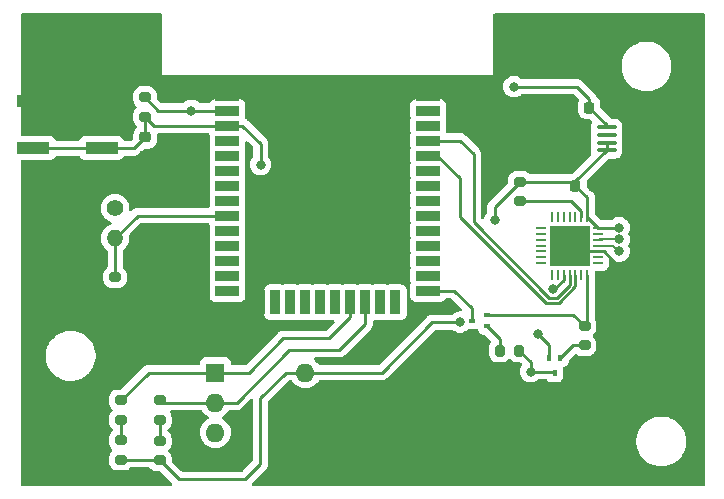
<source format=gbr>
%TF.GenerationSoftware,KiCad,Pcbnew,6.0.5-a6ca702e91~116~ubuntu20.04.1*%
%TF.CreationDate,2022-05-10T14:58:35-05:00*%
%TF.ProjectId,CarHUD,43617248-5544-42e6-9b69-6361645f7063,rev?*%
%TF.SameCoordinates,Original*%
%TF.FileFunction,Copper,L1,Top*%
%TF.FilePolarity,Positive*%
%FSLAX46Y46*%
G04 Gerber Fmt 4.6, Leading zero omitted, Abs format (unit mm)*
G04 Created by KiCad (PCBNEW 6.0.5-a6ca702e91~116~ubuntu20.04.1) date 2022-05-10 14:58:35*
%MOMM*%
%LPD*%
G01*
G04 APERTURE LIST*
G04 Aperture macros list*
%AMRoundRect*
0 Rectangle with rounded corners*
0 $1 Rounding radius*
0 $2 $3 $4 $5 $6 $7 $8 $9 X,Y pos of 4 corners*
0 Add a 4 corners polygon primitive as box body*
4,1,4,$2,$3,$4,$5,$6,$7,$8,$9,$2,$3,0*
0 Add four circle primitives for the rounded corners*
1,1,$1+$1,$2,$3*
1,1,$1+$1,$4,$5*
1,1,$1+$1,$6,$7*
1,1,$1+$1,$8,$9*
0 Add four rect primitives between the rounded corners*
20,1,$1+$1,$2,$3,$4,$5,0*
20,1,$1+$1,$4,$5,$6,$7,0*
20,1,$1+$1,$6,$7,$8,$9,0*
20,1,$1+$1,$8,$9,$2,$3,0*%
G04 Aperture macros list end*
%TA.AperFunction,SMDPad,CuDef*%
%ADD10RoundRect,0.200000X-0.275000X0.200000X-0.275000X-0.200000X0.275000X-0.200000X0.275000X0.200000X0*%
%TD*%
%TA.AperFunction,SMDPad,CuDef*%
%ADD11R,0.400000X0.510000*%
%TD*%
%TA.AperFunction,SMDPad,CuDef*%
%ADD12RoundRect,0.100000X0.712500X0.100000X-0.712500X0.100000X-0.712500X-0.100000X0.712500X-0.100000X0*%
%TD*%
%TA.AperFunction,SMDPad,CuDef*%
%ADD13RoundRect,0.225000X-0.225000X-0.250000X0.225000X-0.250000X0.225000X0.250000X-0.225000X0.250000X0*%
%TD*%
%TA.AperFunction,ComponentPad*%
%ADD14C,1.400000*%
%TD*%
%TA.AperFunction,ComponentPad*%
%ADD15O,1.400000X1.400000*%
%TD*%
%TA.AperFunction,SMDPad,CuDef*%
%ADD16R,2.750000X1.000000*%
%TD*%
%TA.AperFunction,SMDPad,CuDef*%
%ADD17RoundRect,0.225000X0.225000X0.250000X-0.225000X0.250000X-0.225000X-0.250000X0.225000X-0.250000X0*%
%TD*%
%TA.AperFunction,SMDPad,CuDef*%
%ADD18RoundRect,0.225000X-0.250000X0.225000X-0.250000X-0.225000X0.250000X-0.225000X0.250000X0.225000X0*%
%TD*%
%TA.AperFunction,SMDPad,CuDef*%
%ADD19RoundRect,0.200000X0.275000X-0.200000X0.275000X0.200000X-0.275000X0.200000X-0.275000X-0.200000X0*%
%TD*%
%TA.AperFunction,SMDPad,CuDef*%
%ADD20R,0.510000X0.400000*%
%TD*%
%TA.AperFunction,ComponentPad*%
%ADD21R,1.600000X1.600000*%
%TD*%
%TA.AperFunction,ComponentPad*%
%ADD22O,1.600000X1.600000*%
%TD*%
%TA.AperFunction,SMDPad,CuDef*%
%ADD23R,2.000000X0.900000*%
%TD*%
%TA.AperFunction,SMDPad,CuDef*%
%ADD24R,0.900000X2.000000*%
%TD*%
%TA.AperFunction,SMDPad,CuDef*%
%ADD25R,5.000000X5.000000*%
%TD*%
%TA.AperFunction,SMDPad,CuDef*%
%ADD26RoundRect,0.062500X0.337500X0.062500X-0.337500X0.062500X-0.337500X-0.062500X0.337500X-0.062500X0*%
%TD*%
%TA.AperFunction,SMDPad,CuDef*%
%ADD27RoundRect,0.062500X0.062500X0.337500X-0.062500X0.337500X-0.062500X-0.337500X0.062500X-0.337500X0*%
%TD*%
%TA.AperFunction,SMDPad,CuDef*%
%ADD28R,3.350000X3.350000*%
%TD*%
%TA.AperFunction,SMDPad,CuDef*%
%ADD29RoundRect,0.200000X0.200000X0.275000X-0.200000X0.275000X-0.200000X-0.275000X0.200000X-0.275000X0*%
%TD*%
%TA.AperFunction,ViaPad*%
%ADD30C,0.800000*%
%TD*%
%TA.AperFunction,Conductor*%
%ADD31C,0.250000*%
%TD*%
%TA.AperFunction,Conductor*%
%ADD32C,0.200000*%
%TD*%
G04 APERTURE END LIST*
D10*
%TO.P,R2,1*%
%TO.N,Net-(R1-Pad2)*%
X83301000Y-82699000D03*
%TO.P,R2,2*%
%TO.N,+5V*%
X83301000Y-84349000D03*
%TD*%
D11*
%TO.P,Q2,1,B*%
%TO.N,Net-(Q2-Pad1)*%
X117213000Y-75682000D03*
%TO.P,Q2,2,E*%
%TO.N,/RESET*%
X116213000Y-75682000D03*
%TO.P,Q2,3,C*%
%TO.N,/RTS*%
X116713000Y-76972000D03*
%TD*%
D10*
%TO.P,R7,1*%
%TO.N,+3V3*%
X82042000Y-53594000D03*
%TO.P,R7,2*%
%TO.N,/RESET*%
X82042000Y-55244000D03*
%TD*%
D12*
%TO.P,MIC3775,EN,EN*%
%TO.N,+5V*%
X121116500Y-58097000D03*
%TO.P,MIC3775,FLG,FLG*%
%TO.N,unconnected-(MIC3775-PadFLG)*%
X121116500Y-56797000D03*
%TO.P,MIC3775,GND,GND*%
%TO.N,GND*%
X116891500Y-57447000D03*
X116891500Y-58097000D03*
X116891500Y-56147000D03*
X116891500Y-56797000D03*
%TO.P,MIC3775,IN,IN*%
%TO.N,+5V*%
X121116500Y-57447000D03*
%TO.P,MIC3775,OUT,OUT*%
%TO.N,+3V3*%
X121116500Y-56147000D03*
%TD*%
D13*
%TO.P,C3,1*%
%TO.N,+5V*%
X118478000Y-61087000D03*
%TO.P,C3,2*%
%TO.N,GND*%
X120028000Y-61087000D03*
%TD*%
D14*
%TO.P,R_Photo1,1*%
%TO.N,+3V3*%
X79502000Y-62992000D03*
D15*
%TO.P,R_Photo1,2*%
%TO.N,/PHOTO_SENS*%
X79502000Y-65532000D03*
%TD*%
D16*
%TO.P,SW1,1,1*%
%TO.N,GND*%
X72599000Y-53912000D03*
X78359000Y-53912000D03*
%TO.P,SW1,2,2*%
%TO.N,/RESET*%
X72599000Y-57912000D03*
X78359000Y-57912000D03*
%TD*%
D17*
%TO.P,C2,1*%
%TO.N,+3V3*%
X119647000Y-54483000D03*
%TO.P,C2,2*%
%TO.N,GND*%
X118097000Y-54483000D03*
%TD*%
D18*
%TO.P,C1,1*%
%TO.N,/RESET*%
X82042000Y-57010000D03*
%TO.P,C1,2*%
%TO.N,GND*%
X82042000Y-58560000D03*
%TD*%
D19*
%TO.P,R8,1*%
%TO.N,Net-(CP2102-Pad9)*%
X113792000Y-62420000D03*
%TO.P,R8,2*%
%TO.N,+5V*%
X113792000Y-60770000D03*
%TD*%
D10*
%TO.P,R6,1*%
%TO.N,/PHOTO_SENS*%
X79502000Y-68834000D03*
%TO.P,R6,2*%
%TO.N,GND*%
X79502000Y-70484000D03*
%TD*%
D20*
%TO.P,Q1,1,B*%
%TO.N,Net-(Q1-Pad1)*%
X111008000Y-73017000D03*
%TO.P,Q1,2,E*%
%TO.N,/DTR*%
X111008000Y-72017000D03*
%TO.P,Q1,3,C*%
%TO.N,/GPIO0*%
X109718000Y-72517000D03*
%TD*%
D19*
%TO.P,R3,1*%
%TO.N,+5V*%
X79999000Y-84285000D03*
%TO.P,R3,2*%
%TO.N,Net-(R3-Pad2)*%
X79999000Y-82635000D03*
%TD*%
D21*
%TO.P,DS1621,1,SDA*%
%TO.N,/SDA*%
X88000000Y-76920000D03*
D22*
%TO.P,DS1621,2,SCL*%
%TO.N,/SCL*%
X88000000Y-79460000D03*
%TO.P,DS1621,3,TOUT*%
%TO.N,unconnected-(DS1621-Pad3)*%
X88000000Y-82000000D03*
%TO.P,DS1621,4,GND*%
%TO.N,GND*%
X88000000Y-84540000D03*
%TO.P,DS1621,5,A2*%
X95620000Y-84540000D03*
%TO.P,DS1621,6,A1*%
X95620000Y-82000000D03*
%TO.P,DS1621,7,A0*%
X95620000Y-79460000D03*
%TO.P,DS1621,8,VDD*%
%TO.N,+5V*%
X95620000Y-76920000D03*
%TD*%
D10*
%TO.P,R1,1*%
%TO.N,/SCL*%
X83301000Y-79270000D03*
%TO.P,R1,2*%
%TO.N,Net-(R1-Pad2)*%
X83301000Y-80920000D03*
%TD*%
%TO.P,R10,1*%
%TO.N,/DTR*%
X119253000Y-72962000D03*
%TO.P,R10,2*%
%TO.N,Net-(Q2-Pad1)*%
X119253000Y-74612000D03*
%TD*%
D23*
%TO.P,ESP32-WROOM-32D1,1,GND*%
%TO.N,GND*%
X89020000Y-53460000D03*
%TO.P,ESP32-WROOM-32D1,2,VDD*%
%TO.N,+3V3*%
X89020000Y-54730000D03*
%TO.P,ESP32-WROOM-32D1,3,EN*%
%TO.N,/RESET*%
X89020000Y-56000000D03*
%TO.P,ESP32-WROOM-32D1,4,SENSOR_VP*%
%TO.N,unconnected-(ESP32-WROOM-32D1-Pad4)*%
X89020000Y-57270000D03*
%TO.P,ESP32-WROOM-32D1,5,SENSOR_VN*%
%TO.N,unconnected-(ESP32-WROOM-32D1-Pad5)*%
X89020000Y-58540000D03*
%TO.P,ESP32-WROOM-32D1,6,IO34*%
%TO.N,unconnected-(ESP32-WROOM-32D1-Pad6)*%
X89020000Y-59810000D03*
%TO.P,ESP32-WROOM-32D1,7,IO35*%
%TO.N,unconnected-(ESP32-WROOM-32D1-Pad7)*%
X89020000Y-61080000D03*
%TO.P,ESP32-WROOM-32D1,8,IO32*%
%TO.N,unconnected-(ESP32-WROOM-32D1-Pad8)*%
X89020000Y-62350000D03*
%TO.P,ESP32-WROOM-32D1,9,IO33*%
%TO.N,/PHOTO_SENS*%
X89020000Y-63620000D03*
%TO.P,ESP32-WROOM-32D1,10,IO25*%
%TO.N,unconnected-(ESP32-WROOM-32D1-Pad10)*%
X89020000Y-64890000D03*
%TO.P,ESP32-WROOM-32D1,11,IO26*%
%TO.N,unconnected-(ESP32-WROOM-32D1-Pad11)*%
X89020000Y-66160000D03*
%TO.P,ESP32-WROOM-32D1,12,IO27*%
%TO.N,unconnected-(ESP32-WROOM-32D1-Pad12)*%
X89020000Y-67430000D03*
%TO.P,ESP32-WROOM-32D1,13,IO14*%
%TO.N,unconnected-(ESP32-WROOM-32D1-Pad13)*%
X89020000Y-68700000D03*
%TO.P,ESP32-WROOM-32D1,14,IO12*%
%TO.N,unconnected-(ESP32-WROOM-32D1-Pad14)*%
X89020000Y-69970000D03*
D24*
%TO.P,ESP32-WROOM-32D1,15,GND*%
%TO.N,GND*%
X91805000Y-70970000D03*
%TO.P,ESP32-WROOM-32D1,16,IO13*%
%TO.N,unconnected-(ESP32-WROOM-32D1-Pad16)*%
X93075000Y-70970000D03*
%TO.P,ESP32-WROOM-32D1,17,SHD/SD2*%
%TO.N,unconnected-(ESP32-WROOM-32D1-Pad17)*%
X94345000Y-70970000D03*
%TO.P,ESP32-WROOM-32D1,18,SWP/SD3*%
%TO.N,unconnected-(ESP32-WROOM-32D1-Pad18)*%
X95615000Y-70970000D03*
%TO.P,ESP32-WROOM-32D1,19,SCS/CMD*%
%TO.N,unconnected-(ESP32-WROOM-32D1-Pad19)*%
X96885000Y-70970000D03*
%TO.P,ESP32-WROOM-32D1,20,SCK/CLK*%
%TO.N,unconnected-(ESP32-WROOM-32D1-Pad20)*%
X98155000Y-70970000D03*
%TO.P,ESP32-WROOM-32D1,21,SDO/SD0*%
%TO.N,/SDA*%
X99425000Y-70970000D03*
%TO.P,ESP32-WROOM-32D1,22,SDI/SD1*%
%TO.N,/SCL*%
X100695000Y-70970000D03*
%TO.P,ESP32-WROOM-32D1,23,IO15*%
%TO.N,unconnected-(ESP32-WROOM-32D1-Pad23)*%
X101965000Y-70970000D03*
%TO.P,ESP32-WROOM-32D1,24,IO2*%
%TO.N,unconnected-(ESP32-WROOM-32D1-Pad24)*%
X103235000Y-70970000D03*
D23*
%TO.P,ESP32-WROOM-32D1,25,IO0*%
%TO.N,/GPIO0*%
X106020000Y-69970000D03*
%TO.P,ESP32-WROOM-32D1,26,IO4*%
%TO.N,unconnected-(ESP32-WROOM-32D1-Pad26)*%
X106020000Y-68700000D03*
%TO.P,ESP32-WROOM-32D1,27,IO16*%
%TO.N,unconnected-(ESP32-WROOM-32D1-Pad27)*%
X106020000Y-67430000D03*
%TO.P,ESP32-WROOM-32D1,28,IO17*%
%TO.N,unconnected-(ESP32-WROOM-32D1-Pad28)*%
X106020000Y-66160000D03*
%TO.P,ESP32-WROOM-32D1,29,IO5*%
%TO.N,unconnected-(ESP32-WROOM-32D1-Pad29)*%
X106020000Y-64890000D03*
%TO.P,ESP32-WROOM-32D1,30,IO18*%
%TO.N,unconnected-(ESP32-WROOM-32D1-Pad30)*%
X106020000Y-63620000D03*
%TO.P,ESP32-WROOM-32D1,31,IO19*%
%TO.N,unconnected-(ESP32-WROOM-32D1-Pad31)*%
X106020000Y-62350000D03*
%TO.P,ESP32-WROOM-32D1,32,NC*%
%TO.N,unconnected-(ESP32-WROOM-32D1-Pad32)*%
X106020000Y-61080000D03*
%TO.P,ESP32-WROOM-32D1,33,IO21*%
%TO.N,unconnected-(ESP32-WROOM-32D1-Pad33)*%
X106020000Y-59810000D03*
%TO.P,ESP32-WROOM-32D1,34,RXD0/IO3*%
%TO.N,/RX_ESP*%
X106020000Y-58540000D03*
%TO.P,ESP32-WROOM-32D1,35,TXD0/IO1*%
%TO.N,/TX_ESP*%
X106020000Y-57270000D03*
%TO.P,ESP32-WROOM-32D1,36,IO22*%
%TO.N,unconnected-(ESP32-WROOM-32D1-Pad36)*%
X106020000Y-56000000D03*
%TO.P,ESP32-WROOM-32D1,37,IO23*%
%TO.N,unconnected-(ESP32-WROOM-32D1-Pad37)*%
X106020000Y-54730000D03*
%TO.P,ESP32-WROOM-32D1,38,GND*%
%TO.N,GND*%
X106020000Y-53460000D03*
D25*
%TO.P,ESP32-WROOM-32D1,39,GND*%
X96520000Y-60960000D03*
%TD*%
D19*
%TO.P,R4,1*%
%TO.N,Net-(R3-Pad2)*%
X79999000Y-80920000D03*
%TO.P,R4,2*%
%TO.N,/SDA*%
X79999000Y-79270000D03*
%TD*%
D26*
%TO.P,CP2102,1,~{DCD}*%
%TO.N,unconnected-(CP2102-Pad1)*%
X120433000Y-67667000D03*
%TO.P,CP2102,2,~{RI}/CLK*%
%TO.N,unconnected-(CP2102-Pad2)*%
X120433000Y-67167000D03*
%TO.P,CP2102,3,GND*%
%TO.N,GND*%
X120433000Y-66667000D03*
%TO.P,CP2102,4,D+*%
%TO.N,/D+*%
X120433000Y-66167000D03*
%TO.P,CP2102,5,D-*%
%TO.N,/D-*%
X120433000Y-65667000D03*
%TO.P,CP2102,6,VDD*%
%TO.N,unconnected-(CP2102-Pad6)*%
X120433000Y-65167000D03*
%TO.P,CP2102,7,VREGIN*%
%TO.N,+5V*%
X120433000Y-64667000D03*
D27*
%TO.P,CP2102,8,VBUS*%
X119483000Y-63717000D03*
%TO.P,CP2102,9,~{RST}*%
%TO.N,Net-(CP2102-Pad9)*%
X118983000Y-63717000D03*
%TO.P,CP2102,10,NC*%
%TO.N,unconnected-(CP2102-Pad10)*%
X118483000Y-63717000D03*
%TO.P,CP2102,11,~{SUSPEND}*%
%TO.N,unconnected-(CP2102-Pad11)*%
X117983000Y-63717000D03*
%TO.P,CP2102,12,SUSPEND*%
%TO.N,unconnected-(CP2102-Pad12)*%
X117483000Y-63717000D03*
%TO.P,CP2102,13,CHREN*%
%TO.N,unconnected-(CP2102-Pad13)*%
X116983000Y-63717000D03*
%TO.P,CP2102,14,CHR1*%
%TO.N,unconnected-(CP2102-Pad14)*%
X116483000Y-63717000D03*
D26*
%TO.P,CP2102,15,CHR0*%
%TO.N,unconnected-(CP2102-Pad15)*%
X115533000Y-64667000D03*
%TO.P,CP2102,16,~{WAKEUP}/GPIO.3*%
%TO.N,unconnected-(CP2102-Pad16)*%
X115533000Y-65167000D03*
%TO.P,CP2102,17,RS485/GPIO.2*%
%TO.N,unconnected-(CP2102-Pad17)*%
X115533000Y-65667000D03*
%TO.P,CP2102,18,~{RXT}/GPIO.1*%
%TO.N,unconnected-(CP2102-Pad18)*%
X115533000Y-66167000D03*
%TO.P,CP2102,19,~{TXT}/GPIO.0*%
%TO.N,unconnected-(CP2102-Pad19)*%
X115533000Y-66667000D03*
%TO.P,CP2102,20,GPIO.6*%
%TO.N,unconnected-(CP2102-Pad20)*%
X115533000Y-67167000D03*
%TO.P,CP2102,21,GPIO.5*%
%TO.N,unconnected-(CP2102-Pad21)*%
X115533000Y-67667000D03*
D27*
%TO.P,CP2102,22,GPIO.4*%
%TO.N,unconnected-(CP2102-Pad22)*%
X116483000Y-68617000D03*
%TO.P,CP2102,23,~{CTS}*%
%TO.N,unconnected-(CP2102-Pad23)*%
X116983000Y-68617000D03*
%TO.P,CP2102,24,~{RTS}*%
%TO.N,/RTS*%
X117483000Y-68617000D03*
%TO.P,CP2102,25,RXD*%
%TO.N,/TX_ESP*%
X117983000Y-68617000D03*
%TO.P,CP2102,26,TXD*%
%TO.N,/RX_ESP*%
X118483000Y-68617000D03*
%TO.P,CP2102,27,~{DSR}*%
%TO.N,unconnected-(CP2102-Pad27)*%
X118983000Y-68617000D03*
%TO.P,CP2102,28,~{DTR}*%
%TO.N,/DTR*%
X119483000Y-68617000D03*
D28*
%TO.P,CP2102,29,GND*%
%TO.N,GND*%
X117983000Y-66167000D03*
%TD*%
D29*
%TO.P,R9,1*%
%TO.N,/RTS*%
X113728000Y-75057000D03*
%TO.P,R9,2*%
%TO.N,Net-(Q1-Pad1)*%
X112078000Y-75057000D03*
%TD*%
D30*
%TO.N,/RESET*%
X91821000Y-59309000D03*
X115316000Y-73660000D03*
%TO.N,+3V3*%
X113284000Y-52705000D03*
X85972000Y-54730000D03*
%TO.N,+5V*%
X122174000Y-64643000D03*
X111633000Y-64008000D03*
X108712000Y-72644000D03*
%TO.N,/D-*%
X122174000Y-65642503D03*
%TO.N,/D+*%
X122174000Y-66642006D03*
%TO.N,/RTS*%
X116586000Y-69850000D03*
X114681000Y-76835000D03*
%TD*%
D31*
%TO.N,/RESET*%
X82798000Y-56000000D02*
X89020000Y-56000000D01*
X78359000Y-57912000D02*
X81140000Y-57912000D01*
X82042000Y-55244000D02*
X82798000Y-56000000D01*
X116213000Y-75682000D02*
X116213000Y-74557000D01*
X82042000Y-55244000D02*
X82042000Y-57010000D01*
X90270000Y-56000000D02*
X89020000Y-56000000D01*
X72599000Y-57912000D02*
X78359000Y-57912000D01*
X91821000Y-57551000D02*
X90270000Y-56000000D01*
X116213000Y-74557000D02*
X115316000Y-73660000D01*
X81140000Y-57912000D02*
X82042000Y-57010000D01*
X91821000Y-59309000D02*
X91821000Y-57551000D01*
%TO.N,GND*%
X120880328Y-66667000D02*
X122000000Y-67786672D01*
X118483000Y-66667000D02*
X117983000Y-66167000D01*
X120433000Y-66667000D02*
X120880328Y-66667000D01*
X122000000Y-67786672D02*
X122000000Y-68000000D01*
X120433000Y-66667000D02*
X118483000Y-66667000D01*
%TO.N,+3V3*%
X85972000Y-54730000D02*
X89020000Y-54730000D01*
X119647000Y-54483000D02*
X119647000Y-53734000D01*
X121116500Y-55952500D02*
X119647000Y-54483000D01*
X119647000Y-53734000D02*
X118618000Y-52705000D01*
X85972000Y-54730000D02*
X85845000Y-54730000D01*
X118618000Y-52705000D02*
X113284000Y-52705000D01*
X83178000Y-54730000D02*
X82042000Y-53594000D01*
X121116500Y-56147000D02*
X121116500Y-55952500D01*
X85845000Y-54730000D02*
X83178000Y-54730000D01*
%TO.N,+5V*%
X118478000Y-61087000D02*
X118478000Y-60735500D01*
X118161000Y-60770000D02*
X118478000Y-61087000D01*
X83301000Y-84349000D02*
X84889000Y-85937000D01*
X118478000Y-60735500D02*
X121116500Y-58097000D01*
X120457000Y-64643000D02*
X120433000Y-64667000D01*
X119483000Y-63717000D02*
X119483000Y-62092000D01*
X113792000Y-60770000D02*
X118161000Y-60770000D01*
X90540000Y-85937000D02*
X84889000Y-85937000D01*
X120433000Y-64667000D02*
X119483000Y-63717000D01*
X102080000Y-76920000D02*
X95620000Y-76920000D01*
X111633000Y-62929000D02*
X113792000Y-60770000D01*
X83237000Y-84285000D02*
X83301000Y-84349000D01*
X90540000Y-85937000D02*
X91810000Y-84667000D01*
X119483000Y-62092000D02*
X118478000Y-61087000D01*
X108712000Y-72644000D02*
X106356000Y-72644000D01*
X79999000Y-84285000D02*
X83237000Y-84285000D01*
X121116500Y-58097000D02*
X121116500Y-57447000D01*
X122174000Y-64643000D02*
X120457000Y-64643000D01*
X93969000Y-76920000D02*
X95620000Y-76920000D01*
X111633000Y-64008000D02*
X111633000Y-62929000D01*
X91810000Y-79079000D02*
X93969000Y-76920000D01*
X91810000Y-84667000D02*
X91810000Y-79079000D01*
X106356000Y-72644000D02*
X102080000Y-76920000D01*
D32*
%TO.N,/D-*%
X122174000Y-65642503D02*
X120457497Y-65642503D01*
X120457497Y-65642503D02*
X120433000Y-65667000D01*
%TO.N,/D+*%
X121698994Y-66167000D02*
X120433000Y-66167000D01*
X122174000Y-66642006D02*
X121698994Y-66167000D01*
D31*
%TO.N,Net-(Q1-Pad1)*%
X112078000Y-74087000D02*
X111008000Y-73017000D01*
X112078000Y-75057000D02*
X112078000Y-74087000D01*
%TO.N,/DTR*%
X119483000Y-72732000D02*
X119483000Y-68617000D01*
X119253000Y-72962000D02*
X119483000Y-72732000D01*
X118308000Y-72017000D02*
X119253000Y-72962000D01*
X111008000Y-72017000D02*
X118308000Y-72017000D01*
%TO.N,/GPIO0*%
X109718000Y-71491000D02*
X108197000Y-69970000D01*
X109718000Y-72517000D02*
X109718000Y-71491000D01*
X108197000Y-69970000D02*
X106020000Y-69970000D01*
%TO.N,Net-(Q2-Pad1)*%
X119253000Y-74612000D02*
X118283000Y-74612000D01*
X118283000Y-74612000D02*
X117213000Y-75682000D01*
%TO.N,/RTS*%
X116586000Y-69850000D02*
X116697328Y-69850000D01*
X114681000Y-76835000D02*
X116576000Y-76835000D01*
X117483000Y-69064328D02*
X117483000Y-68617000D01*
X116697328Y-69850000D02*
X117483000Y-69064328D01*
X114681000Y-76010000D02*
X113728000Y-75057000D01*
X114681000Y-76835000D02*
X114681000Y-76010000D01*
X116576000Y-76835000D02*
X116713000Y-76972000D01*
%TO.N,/SCL*%
X98500000Y-75000000D02*
X100695000Y-72805000D01*
X88000000Y-79460000D02*
X89790000Y-79460000D01*
X89790000Y-79460000D02*
X94250000Y-75000000D01*
X94250000Y-75000000D02*
X98500000Y-75000000D01*
X100695000Y-72805000D02*
X100695000Y-70970000D01*
X83491000Y-79460000D02*
X88000000Y-79460000D01*
X83301000Y-79270000D02*
X83491000Y-79460000D01*
%TO.N,Net-(R1-Pad2)*%
X83301000Y-80920000D02*
X83301000Y-82699000D01*
%TO.N,Net-(R3-Pad2)*%
X79999000Y-80920000D02*
X79999000Y-82635000D01*
%TO.N,/SDA*%
X97645000Y-74000000D02*
X93750000Y-74000000D01*
X99425000Y-72220000D02*
X97645000Y-74000000D01*
X99425000Y-70970000D02*
X99425000Y-72220000D01*
X93750000Y-74000000D02*
X90830000Y-76920000D01*
X88000000Y-76920000D02*
X82349000Y-76920000D01*
X82349000Y-76920000D02*
X79999000Y-79270000D01*
X90830000Y-76920000D02*
X88000000Y-76920000D01*
%TO.N,/PHOTO_SENS*%
X81414000Y-63620000D02*
X89020000Y-63620000D01*
X79502000Y-68834000D02*
X79502000Y-65532000D01*
X79502000Y-65532000D02*
X81414000Y-63620000D01*
%TO.N,Net-(CP2102-Pad9)*%
X118983000Y-63717000D02*
X118983000Y-63269672D01*
X118983000Y-63269672D02*
X118133328Y-62420000D01*
X118133328Y-62420000D02*
X113792000Y-62420000D01*
%TO.N,/RX_ESP*%
X117072300Y-71024031D02*
X115982031Y-71024031D01*
X118483000Y-69613331D02*
X117072300Y-71024031D01*
X115982031Y-71024031D02*
X108712000Y-63754000D01*
X118483000Y-68617000D02*
X118483000Y-69613331D01*
X108712000Y-63754000D02*
X108712000Y-60452000D01*
X108712000Y-60452000D02*
X106800000Y-58540000D01*
X106800000Y-58540000D02*
X106020000Y-58540000D01*
%TO.N,/TX_ESP*%
X108705000Y-57270000D02*
X106020000Y-57270000D01*
X116285897Y-70574511D02*
X109855000Y-64143614D01*
X116886103Y-70574511D02*
X116285897Y-70574511D01*
X117983000Y-68617000D02*
X117983000Y-69477614D01*
X109855000Y-64143614D02*
X109855000Y-58420000D01*
X109855000Y-58420000D02*
X108705000Y-57270000D01*
X117983000Y-69477614D02*
X116886103Y-70574511D01*
%TD*%
%TA.AperFunction,Conductor*%
%TO.N,GND*%
G36*
X83462121Y-46528502D02*
G01*
X83508614Y-46582158D01*
X83520000Y-46634500D01*
X83520000Y-51745000D01*
X111520000Y-51745000D01*
X111520000Y-51132703D01*
X122390743Y-51132703D01*
X122428268Y-51417734D01*
X122504129Y-51695036D01*
X122505813Y-51698984D01*
X122564344Y-51836206D01*
X122616923Y-51959476D01*
X122656817Y-52026134D01*
X122757188Y-52193841D01*
X122764561Y-52206161D01*
X122944313Y-52430528D01*
X123152851Y-52628423D01*
X123386317Y-52796186D01*
X123390112Y-52798195D01*
X123390113Y-52798196D01*
X123411869Y-52809715D01*
X123640392Y-52930712D01*
X123910373Y-53029511D01*
X124191264Y-53090755D01*
X124219841Y-53093004D01*
X124414282Y-53108307D01*
X124414291Y-53108307D01*
X124416739Y-53108500D01*
X124572271Y-53108500D01*
X124574407Y-53108354D01*
X124574418Y-53108354D01*
X124782548Y-53094165D01*
X124782554Y-53094164D01*
X124786825Y-53093873D01*
X124791020Y-53093004D01*
X124791022Y-53093004D01*
X124927583Y-53064724D01*
X125068342Y-53035574D01*
X125339343Y-52939607D01*
X125594812Y-52807750D01*
X125598313Y-52805289D01*
X125598317Y-52805287D01*
X125731669Y-52711565D01*
X125830023Y-52642441D01*
X126040622Y-52446740D01*
X126222713Y-52224268D01*
X126372927Y-51979142D01*
X126399871Y-51917763D01*
X126486757Y-51719830D01*
X126488483Y-51715898D01*
X126567244Y-51439406D01*
X126607751Y-51154784D01*
X126607845Y-51136951D01*
X126609235Y-50871583D01*
X126609235Y-50871576D01*
X126609257Y-50867297D01*
X126571732Y-50582266D01*
X126495871Y-50304964D01*
X126383077Y-50040524D01*
X126235439Y-49793839D01*
X126055687Y-49569472D01*
X125847149Y-49371577D01*
X125613683Y-49203814D01*
X125591843Y-49192250D01*
X125568654Y-49179972D01*
X125359608Y-49069288D01*
X125089627Y-48970489D01*
X124808736Y-48909245D01*
X124777685Y-48906801D01*
X124585718Y-48891693D01*
X124585709Y-48891693D01*
X124583261Y-48891500D01*
X124427729Y-48891500D01*
X124425593Y-48891646D01*
X124425582Y-48891646D01*
X124217452Y-48905835D01*
X124217446Y-48905836D01*
X124213175Y-48906127D01*
X124208980Y-48906996D01*
X124208978Y-48906996D01*
X124072417Y-48935276D01*
X123931658Y-48964426D01*
X123660657Y-49060393D01*
X123405188Y-49192250D01*
X123401687Y-49194711D01*
X123401683Y-49194713D01*
X123391594Y-49201804D01*
X123169977Y-49357559D01*
X122959378Y-49553260D01*
X122777287Y-49775732D01*
X122627073Y-50020858D01*
X122511517Y-50284102D01*
X122432756Y-50560594D01*
X122392249Y-50845216D01*
X122392227Y-50849505D01*
X122392226Y-50849512D01*
X122390765Y-51128417D01*
X122390743Y-51132703D01*
X111520000Y-51132703D01*
X111520000Y-46634500D01*
X111540002Y-46566379D01*
X111593658Y-46519886D01*
X111646000Y-46508500D01*
X129365500Y-46508500D01*
X129433621Y-46528502D01*
X129480114Y-46582158D01*
X129491500Y-46634500D01*
X129491500Y-86365500D01*
X129471498Y-86433621D01*
X129417842Y-86480114D01*
X129365500Y-86491500D01*
X91185594Y-86491500D01*
X91117473Y-86471498D01*
X91070980Y-86417842D01*
X91060876Y-86347568D01*
X91090370Y-86282988D01*
X91096499Y-86276405D01*
X92202247Y-85170657D01*
X92210537Y-85163113D01*
X92217018Y-85159000D01*
X92263659Y-85109332D01*
X92266413Y-85106491D01*
X92286134Y-85086770D01*
X92288612Y-85083575D01*
X92296318Y-85074553D01*
X92321158Y-85048101D01*
X92326586Y-85042321D01*
X92336346Y-85024568D01*
X92347199Y-85008045D01*
X92354753Y-84998306D01*
X92359613Y-84992041D01*
X92377176Y-84951457D01*
X92382383Y-84940827D01*
X92403695Y-84902060D01*
X92405666Y-84894383D01*
X92405668Y-84894378D01*
X92408732Y-84882442D01*
X92415138Y-84863730D01*
X92417402Y-84858500D01*
X92423181Y-84845145D01*
X92424421Y-84837317D01*
X92424423Y-84837310D01*
X92430099Y-84801476D01*
X92432505Y-84789856D01*
X92441528Y-84754711D01*
X92441528Y-84754710D01*
X92443500Y-84747030D01*
X92443500Y-84726776D01*
X92445051Y-84707065D01*
X92446980Y-84694886D01*
X92448220Y-84687057D01*
X92444059Y-84643038D01*
X92443500Y-84631181D01*
X92443500Y-82882703D01*
X123640743Y-82882703D01*
X123641302Y-82886947D01*
X123641302Y-82886951D01*
X123652426Y-82971446D01*
X123678268Y-83167734D01*
X123679401Y-83171874D01*
X123679401Y-83171876D01*
X123684197Y-83189406D01*
X123754129Y-83445036D01*
X123755813Y-83448984D01*
X123826453Y-83614595D01*
X123866923Y-83709476D01*
X123878693Y-83729142D01*
X123954198Y-83855301D01*
X124014561Y-83956161D01*
X124194313Y-84180528D01*
X124211397Y-84196740D01*
X124375434Y-84352405D01*
X124402851Y-84378423D01*
X124636317Y-84546186D01*
X124640112Y-84548195D01*
X124640113Y-84548196D01*
X124661869Y-84559715D01*
X124890392Y-84680712D01*
X125160373Y-84779511D01*
X125441264Y-84840755D01*
X125469841Y-84843004D01*
X125664282Y-84858307D01*
X125664291Y-84858307D01*
X125666739Y-84858500D01*
X125822271Y-84858500D01*
X125824407Y-84858354D01*
X125824418Y-84858354D01*
X126032548Y-84844165D01*
X126032554Y-84844164D01*
X126036825Y-84843873D01*
X126041020Y-84843004D01*
X126041022Y-84843004D01*
X126177584Y-84814723D01*
X126318342Y-84785574D01*
X126589343Y-84689607D01*
X126844812Y-84557750D01*
X126848313Y-84555289D01*
X126848317Y-84555287D01*
X127053350Y-84411187D01*
X127080023Y-84392441D01*
X127290622Y-84196740D01*
X127472713Y-83974268D01*
X127622927Y-83729142D01*
X127657010Y-83651500D01*
X127736757Y-83469830D01*
X127738483Y-83465898D01*
X127747793Y-83433217D01*
X127816068Y-83193534D01*
X127817244Y-83189406D01*
X127857751Y-82904784D01*
X127857836Y-82888737D01*
X127859235Y-82621583D01*
X127859235Y-82621576D01*
X127859257Y-82617297D01*
X127821732Y-82332266D01*
X127812510Y-82298554D01*
X127791733Y-82222607D01*
X127745871Y-82054964D01*
X127722427Y-82000000D01*
X127634763Y-81794476D01*
X127634761Y-81794472D01*
X127633077Y-81790524D01*
X127498557Y-81565757D01*
X127487643Y-81547521D01*
X127487640Y-81547517D01*
X127485439Y-81543839D01*
X127305687Y-81319472D01*
X127097149Y-81121577D01*
X126863683Y-80953814D01*
X126841843Y-80942250D01*
X126697140Y-80865634D01*
X126609608Y-80819288D01*
X126339627Y-80720489D01*
X126058736Y-80659245D01*
X126027685Y-80656801D01*
X125835718Y-80641693D01*
X125835709Y-80641693D01*
X125833261Y-80641500D01*
X125677729Y-80641500D01*
X125675593Y-80641646D01*
X125675582Y-80641646D01*
X125467452Y-80655835D01*
X125467446Y-80655836D01*
X125463175Y-80656127D01*
X125458980Y-80656996D01*
X125458978Y-80656996D01*
X125322416Y-80685277D01*
X125181658Y-80714426D01*
X124910657Y-80810393D01*
X124655188Y-80942250D01*
X124651687Y-80944711D01*
X124651683Y-80944713D01*
X124581837Y-80993802D01*
X124419977Y-81107559D01*
X124209378Y-81303260D01*
X124027287Y-81525732D01*
X123877073Y-81770858D01*
X123875347Y-81774791D01*
X123875346Y-81774792D01*
X123803983Y-81937361D01*
X123761517Y-82034102D01*
X123760342Y-82038229D01*
X123760341Y-82038230D01*
X123755574Y-82054964D01*
X123682756Y-82310594D01*
X123642249Y-82595216D01*
X123642227Y-82599505D01*
X123642226Y-82599512D01*
X123640765Y-82878417D01*
X123640743Y-82882703D01*
X92443500Y-82882703D01*
X92443500Y-79393594D01*
X92463502Y-79325473D01*
X92480405Y-79304499D01*
X94194500Y-77590405D01*
X94256812Y-77556379D01*
X94283595Y-77553500D01*
X94400606Y-77553500D01*
X94468727Y-77573502D01*
X94503819Y-77607229D01*
X94610643Y-77759789D01*
X94613802Y-77764300D01*
X94775700Y-77926198D01*
X94780208Y-77929355D01*
X94780211Y-77929357D01*
X94821542Y-77958297D01*
X94963251Y-78057523D01*
X94968233Y-78059846D01*
X94968238Y-78059849D01*
X95165775Y-78151961D01*
X95170757Y-78154284D01*
X95176065Y-78155706D01*
X95176067Y-78155707D01*
X95386598Y-78212119D01*
X95386600Y-78212119D01*
X95391913Y-78213543D01*
X95620000Y-78233498D01*
X95848087Y-78213543D01*
X95853400Y-78212119D01*
X95853402Y-78212119D01*
X96063933Y-78155707D01*
X96063935Y-78155706D01*
X96069243Y-78154284D01*
X96074225Y-78151961D01*
X96271762Y-78059849D01*
X96271767Y-78059846D01*
X96276749Y-78057523D01*
X96418458Y-77958297D01*
X96459789Y-77929357D01*
X96459792Y-77929355D01*
X96464300Y-77926198D01*
X96626198Y-77764300D01*
X96629357Y-77759789D01*
X96736181Y-77607229D01*
X96791638Y-77562901D01*
X96839394Y-77553500D01*
X102001233Y-77553500D01*
X102012416Y-77554027D01*
X102019909Y-77555702D01*
X102027835Y-77555453D01*
X102027836Y-77555453D01*
X102087986Y-77553562D01*
X102091945Y-77553500D01*
X102119856Y-77553500D01*
X102123791Y-77553003D01*
X102123856Y-77552995D01*
X102135693Y-77552062D01*
X102167951Y-77551048D01*
X102171970Y-77550922D01*
X102179889Y-77550673D01*
X102199343Y-77545021D01*
X102218700Y-77541013D01*
X102230930Y-77539468D01*
X102230931Y-77539468D01*
X102238797Y-77538474D01*
X102246168Y-77535555D01*
X102246170Y-77535555D01*
X102279912Y-77522196D01*
X102291142Y-77518351D01*
X102325983Y-77508229D01*
X102325984Y-77508229D01*
X102333593Y-77506018D01*
X102340412Y-77501985D01*
X102340417Y-77501983D01*
X102351028Y-77495707D01*
X102368776Y-77487012D01*
X102387617Y-77479552D01*
X102396706Y-77472949D01*
X102423387Y-77453564D01*
X102433307Y-77447048D01*
X102464535Y-77428580D01*
X102464538Y-77428578D01*
X102471362Y-77424542D01*
X102485683Y-77410221D01*
X102500717Y-77397380D01*
X102510694Y-77390131D01*
X102517107Y-77385472D01*
X102545298Y-77351395D01*
X102553288Y-77342616D01*
X106581499Y-73314405D01*
X106643811Y-73280379D01*
X106670594Y-73277500D01*
X108003800Y-73277500D01*
X108071921Y-73297502D01*
X108091147Y-73313843D01*
X108091420Y-73313540D01*
X108096332Y-73317963D01*
X108100747Y-73322866D01*
X108106086Y-73326745D01*
X108226156Y-73413981D01*
X108255248Y-73435118D01*
X108261276Y-73437802D01*
X108261278Y-73437803D01*
X108422940Y-73509779D01*
X108429712Y-73512794D01*
X108510043Y-73529869D01*
X108610056Y-73551128D01*
X108610061Y-73551128D01*
X108616513Y-73552500D01*
X108807487Y-73552500D01*
X108813939Y-73551128D01*
X108813944Y-73551128D01*
X108913957Y-73529869D01*
X108994288Y-73512794D01*
X109001060Y-73509779D01*
X109162722Y-73437803D01*
X109162724Y-73437802D01*
X109168752Y-73435118D01*
X109197845Y-73413981D01*
X109317914Y-73326745D01*
X109323253Y-73322866D01*
X109330872Y-73314405D01*
X109373385Y-73267189D01*
X109433831Y-73229950D01*
X109467021Y-73225500D01*
X110021134Y-73225500D01*
X110083316Y-73218745D01*
X110090714Y-73215972D01*
X110096441Y-73214610D01*
X110167341Y-73218313D01*
X110224985Y-73259758D01*
X110246283Y-73312323D01*
X110248575Y-73311778D01*
X110250402Y-73319460D01*
X110251255Y-73327316D01*
X110302385Y-73463705D01*
X110389739Y-73580261D01*
X110506295Y-73667615D01*
X110642684Y-73718745D01*
X110704866Y-73725500D01*
X110768406Y-73725500D01*
X110836527Y-73745502D01*
X110857501Y-73762405D01*
X111291897Y-74196801D01*
X111325923Y-74259113D01*
X111320858Y-74329928D01*
X111310578Y-74351167D01*
X111231463Y-74481803D01*
X111227528Y-74488301D01*
X111225257Y-74495548D01*
X111225256Y-74495550D01*
X111214838Y-74528794D01*
X111176247Y-74651938D01*
X111169500Y-74725365D01*
X111169501Y-75388634D01*
X111176247Y-75462062D01*
X111178246Y-75468440D01*
X111178246Y-75468441D01*
X111220163Y-75602196D01*
X111227528Y-75625699D01*
X111316361Y-75772381D01*
X111437619Y-75893639D01*
X111584301Y-75982472D01*
X111591548Y-75984743D01*
X111591550Y-75984744D01*
X111640325Y-76000029D01*
X111747938Y-76033753D01*
X111821365Y-76040500D01*
X111824263Y-76040500D01*
X112078665Y-76040499D01*
X112334634Y-76040499D01*
X112337492Y-76040236D01*
X112337501Y-76040236D01*
X112373004Y-76036974D01*
X112408062Y-76033753D01*
X112414447Y-76031752D01*
X112564450Y-75984744D01*
X112564452Y-75984743D01*
X112571699Y-75982472D01*
X112718381Y-75893639D01*
X112813905Y-75798115D01*
X112876217Y-75764089D01*
X112947032Y-75769154D01*
X112992095Y-75798115D01*
X113087619Y-75893639D01*
X113234301Y-75982472D01*
X113241548Y-75984743D01*
X113241550Y-75984744D01*
X113290325Y-76000029D01*
X113397938Y-76033753D01*
X113471365Y-76040500D01*
X113489474Y-76040500D01*
X113763406Y-76040499D01*
X113831525Y-76060501D01*
X113852500Y-76077404D01*
X113921614Y-76146518D01*
X113955640Y-76208830D01*
X113950575Y-76279645D01*
X113941638Y-76298613D01*
X113849777Y-76457721D01*
X113846473Y-76463444D01*
X113787458Y-76645072D01*
X113786768Y-76651633D01*
X113786768Y-76651635D01*
X113768186Y-76828435D01*
X113767496Y-76835000D01*
X113787458Y-77024928D01*
X113846473Y-77206556D01*
X113941960Y-77371944D01*
X113946378Y-77376851D01*
X113946379Y-77376852D01*
X114061350Y-77504540D01*
X114069747Y-77513866D01*
X114127329Y-77555702D01*
X114203962Y-77611379D01*
X114224248Y-77626118D01*
X114230276Y-77628802D01*
X114230278Y-77628803D01*
X114392681Y-77701109D01*
X114398712Y-77703794D01*
X114492113Y-77723647D01*
X114579056Y-77742128D01*
X114579061Y-77742128D01*
X114585513Y-77743500D01*
X114776487Y-77743500D01*
X114782939Y-77742128D01*
X114782944Y-77742128D01*
X114869887Y-77723647D01*
X114963288Y-77703794D01*
X114969319Y-77701109D01*
X115131722Y-77628803D01*
X115131724Y-77628802D01*
X115137752Y-77626118D01*
X115158039Y-77611379D01*
X115286080Y-77518351D01*
X115292253Y-77513866D01*
X115296668Y-77508963D01*
X115301580Y-77504540D01*
X115302705Y-77505789D01*
X115356014Y-77472949D01*
X115389200Y-77468500D01*
X115995457Y-77468500D01*
X116063578Y-77488502D01*
X116096283Y-77518935D01*
X116149739Y-77590261D01*
X116266295Y-77677615D01*
X116402684Y-77728745D01*
X116464866Y-77735500D01*
X116961134Y-77735500D01*
X117023316Y-77728745D01*
X117159705Y-77677615D01*
X117276261Y-77590261D01*
X117363615Y-77473705D01*
X117414745Y-77337316D01*
X117421500Y-77275134D01*
X117421500Y-76668866D01*
X117414745Y-76606684D01*
X117411972Y-76599286D01*
X117410610Y-76593559D01*
X117414313Y-76522659D01*
X117455758Y-76465015D01*
X117508323Y-76443717D01*
X117507778Y-76441425D01*
X117515460Y-76439598D01*
X117523316Y-76438745D01*
X117659705Y-76387615D01*
X117776261Y-76300261D01*
X117863615Y-76183705D01*
X117914745Y-76047316D01*
X117921500Y-75985134D01*
X117921500Y-75921594D01*
X117941502Y-75853473D01*
X117958405Y-75832499D01*
X118392801Y-75398103D01*
X118455113Y-75364077D01*
X118525928Y-75369142D01*
X118547167Y-75379422D01*
X118677803Y-75458537D01*
X118684301Y-75462472D01*
X118691548Y-75464743D01*
X118691550Y-75464744D01*
X118731872Y-75477380D01*
X118847938Y-75513753D01*
X118921365Y-75520500D01*
X118924263Y-75520500D01*
X119253860Y-75520499D01*
X119584634Y-75520499D01*
X119587492Y-75520236D01*
X119587501Y-75520236D01*
X119623004Y-75516974D01*
X119658062Y-75513753D01*
X119674569Y-75508580D01*
X119814450Y-75464744D01*
X119814452Y-75464743D01*
X119821699Y-75462472D01*
X119968381Y-75373639D01*
X120089639Y-75252381D01*
X120178472Y-75105699D01*
X120185816Y-75082266D01*
X120227752Y-74948446D01*
X120229753Y-74942062D01*
X120236500Y-74868635D01*
X120236499Y-74355366D01*
X120236114Y-74351167D01*
X120232872Y-74315885D01*
X120229753Y-74281938D01*
X120219551Y-74249383D01*
X120180744Y-74125550D01*
X120180743Y-74125548D01*
X120178472Y-74118301D01*
X120089639Y-73971619D01*
X119994115Y-73876095D01*
X119960089Y-73813783D01*
X119965154Y-73742968D01*
X119994115Y-73697905D01*
X120089639Y-73602381D01*
X120178472Y-73455699D01*
X120183252Y-73440448D01*
X120218884Y-73326745D01*
X120229753Y-73292062D01*
X120236500Y-73218635D01*
X120236499Y-72705366D01*
X120229753Y-72631938D01*
X120226774Y-72622432D01*
X120180744Y-72475550D01*
X120180743Y-72475548D01*
X120178472Y-72468301D01*
X120134724Y-72396063D01*
X120116500Y-72330793D01*
X120116500Y-68577144D01*
X120116499Y-68577140D01*
X120116499Y-68426499D01*
X120136501Y-68358379D01*
X120190157Y-68311886D01*
X120242499Y-68300500D01*
X120786016Y-68300499D01*
X120807924Y-68300499D01*
X120812008Y-68299961D01*
X120812014Y-68299961D01*
X120911374Y-68286881D01*
X120911376Y-68286880D01*
X120919561Y-68285803D01*
X121058464Y-68228267D01*
X121177742Y-68136742D01*
X121269267Y-68017463D01*
X121326803Y-67878561D01*
X121332178Y-67837738D01*
X121340962Y-67771012D01*
X121340962Y-67771011D01*
X121341500Y-67766925D01*
X121341499Y-67567076D01*
X121326803Y-67455439D01*
X121324125Y-67448974D01*
X121324125Y-67385026D01*
X121326803Y-67378561D01*
X121327881Y-67370370D01*
X121330018Y-67362396D01*
X121331324Y-67362746D01*
X121356573Y-67305666D01*
X121415838Y-67266573D01*
X121486829Y-67265727D01*
X121546408Y-67302726D01*
X121562747Y-67320872D01*
X121717248Y-67433124D01*
X121723276Y-67435808D01*
X121723278Y-67435809D01*
X121885681Y-67508115D01*
X121891712Y-67510800D01*
X121985113Y-67530653D01*
X122072056Y-67549134D01*
X122072061Y-67549134D01*
X122078513Y-67550506D01*
X122269487Y-67550506D01*
X122275939Y-67549134D01*
X122275944Y-67549134D01*
X122362887Y-67530653D01*
X122456288Y-67510800D01*
X122462319Y-67508115D01*
X122624722Y-67435809D01*
X122624724Y-67435808D01*
X122630752Y-67433124D01*
X122785253Y-67320872D01*
X122913040Y-67178950D01*
X123008527Y-67013562D01*
X123067542Y-66831934D01*
X123069161Y-66816536D01*
X123086814Y-66648571D01*
X123087504Y-66642006D01*
X123079199Y-66562987D01*
X123068232Y-66458641D01*
X123068232Y-66458639D01*
X123067542Y-66452078D01*
X123008527Y-66270450D01*
X122970886Y-66205254D01*
X122954148Y-66136259D01*
X122970885Y-66079256D01*
X123008527Y-66014059D01*
X123067542Y-65832431D01*
X123087504Y-65642503D01*
X123079147Y-65562987D01*
X123068232Y-65459138D01*
X123068232Y-65459136D01*
X123067542Y-65452575D01*
X123008527Y-65270947D01*
X122970886Y-65205751D01*
X122954148Y-65136756D01*
X122970885Y-65079753D01*
X123008527Y-65014556D01*
X123067542Y-64832928D01*
X123070814Y-64801803D01*
X123086814Y-64649565D01*
X123087504Y-64643000D01*
X123079524Y-64567075D01*
X123068232Y-64459635D01*
X123068232Y-64459633D01*
X123067542Y-64453072D01*
X123008527Y-64271444D01*
X122983034Y-64227288D01*
X122965696Y-64197258D01*
X122913040Y-64106056D01*
X122905235Y-64097387D01*
X122789675Y-63969045D01*
X122789674Y-63969044D01*
X122785253Y-63964134D01*
X122630752Y-63851882D01*
X122624724Y-63849198D01*
X122624722Y-63849197D01*
X122462319Y-63776891D01*
X122462318Y-63776891D01*
X122456288Y-63774206D01*
X122362887Y-63754353D01*
X122275944Y-63735872D01*
X122275939Y-63735872D01*
X122269487Y-63734500D01*
X122078513Y-63734500D01*
X122072061Y-63735872D01*
X122072056Y-63735872D01*
X121985113Y-63754353D01*
X121891712Y-63774206D01*
X121885682Y-63776891D01*
X121885681Y-63776891D01*
X121723278Y-63849197D01*
X121723276Y-63849198D01*
X121717248Y-63851882D01*
X121562747Y-63964134D01*
X121558332Y-63969037D01*
X121553420Y-63973460D01*
X121552295Y-63972211D01*
X121498986Y-64005051D01*
X121465800Y-64009500D01*
X120723595Y-64009500D01*
X120655474Y-63989498D01*
X120634499Y-63972595D01*
X120153404Y-63491499D01*
X120119379Y-63429187D01*
X120116500Y-63402404D01*
X120116500Y-62170768D01*
X120117027Y-62159585D01*
X120118702Y-62152092D01*
X120116562Y-62084001D01*
X120116500Y-62080044D01*
X120116500Y-62052144D01*
X120115996Y-62048153D01*
X120115063Y-62036311D01*
X120113923Y-62000036D01*
X120113674Y-61992111D01*
X120108021Y-61972652D01*
X120104012Y-61953293D01*
X120102909Y-61944566D01*
X120101474Y-61933203D01*
X120098558Y-61925837D01*
X120098556Y-61925831D01*
X120085200Y-61892098D01*
X120081355Y-61880868D01*
X120071230Y-61846017D01*
X120071230Y-61846016D01*
X120069019Y-61838407D01*
X120058705Y-61820966D01*
X120050008Y-61803213D01*
X120045472Y-61791758D01*
X120042552Y-61784383D01*
X120016563Y-61748612D01*
X120010047Y-61738692D01*
X119987542Y-61700638D01*
X119973221Y-61686317D01*
X119960380Y-61671283D01*
X119953131Y-61661306D01*
X119948472Y-61654893D01*
X119942368Y-61649843D01*
X119942363Y-61649838D01*
X119914402Y-61626707D01*
X119905621Y-61618717D01*
X119473404Y-61186499D01*
X119439379Y-61124187D01*
X119436500Y-61097404D01*
X119436500Y-60788268D01*
X119431847Y-60743424D01*
X119444712Y-60673603D01*
X119468079Y-60641325D01*
X121267000Y-58842404D01*
X121329312Y-58808378D01*
X121356095Y-58805499D01*
X121868884Y-58805499D01*
X121872969Y-58804961D01*
X121872973Y-58804961D01*
X121979663Y-58790916D01*
X121979665Y-58790916D01*
X121987850Y-58789838D01*
X122121222Y-58734594D01*
X122128248Y-58731684D01*
X122128250Y-58731683D01*
X122135876Y-58728524D01*
X122262987Y-58630987D01*
X122268013Y-58624437D01*
X122268016Y-58624434D01*
X122328971Y-58544995D01*
X122360524Y-58503875D01*
X122421838Y-58355850D01*
X122433263Y-58269068D01*
X122436962Y-58240972D01*
X122436962Y-58240971D01*
X122437500Y-58236885D01*
X122437499Y-57957116D01*
X122436130Y-57946712D01*
X122422916Y-57846337D01*
X122422916Y-57846335D01*
X122421838Y-57838150D01*
X122414411Y-57820219D01*
X122406821Y-57749630D01*
X122414411Y-57723780D01*
X122418678Y-57713480D01*
X122418679Y-57713477D01*
X122421838Y-57705850D01*
X122424389Y-57686471D01*
X122436962Y-57590972D01*
X122436962Y-57590971D01*
X122437500Y-57586885D01*
X122437499Y-57307116D01*
X122424036Y-57204842D01*
X122422916Y-57196337D01*
X122422916Y-57196335D01*
X122421838Y-57188150D01*
X122414411Y-57170219D01*
X122406821Y-57099630D01*
X122414411Y-57073780D01*
X122418678Y-57063480D01*
X122418679Y-57063477D01*
X122421838Y-57055850D01*
X122434275Y-56961385D01*
X122436962Y-56940972D01*
X122436962Y-56940971D01*
X122437500Y-56936885D01*
X122437499Y-56657116D01*
X122436233Y-56647495D01*
X122422916Y-56546337D01*
X122422916Y-56546335D01*
X122421838Y-56538150D01*
X122414411Y-56520219D01*
X122406821Y-56449630D01*
X122414411Y-56423780D01*
X122418678Y-56413480D01*
X122418679Y-56413477D01*
X122421838Y-56405850D01*
X122432180Y-56327298D01*
X122436962Y-56290972D01*
X122436962Y-56290971D01*
X122437500Y-56286885D01*
X122437499Y-56007116D01*
X122421838Y-55888150D01*
X122360524Y-55740124D01*
X122262987Y-55613013D01*
X122256437Y-55607987D01*
X122256434Y-55607984D01*
X122199431Y-55564245D01*
X122135875Y-55515476D01*
X121987850Y-55454162D01*
X121979662Y-55453084D01*
X121872972Y-55439038D01*
X121872971Y-55439038D01*
X121868885Y-55438500D01*
X121550595Y-55438500D01*
X121482474Y-55418498D01*
X121461499Y-55401595D01*
X120642404Y-54582499D01*
X120608379Y-54520187D01*
X120605500Y-54493404D01*
X120605500Y-54184268D01*
X120594887Y-54081981D01*
X120576248Y-54026114D01*
X120543073Y-53926676D01*
X120543072Y-53926674D01*
X120540756Y-53919732D01*
X120523007Y-53891049D01*
X120454606Y-53780515D01*
X120450752Y-53774287D01*
X120329702Y-53653448D01*
X120323474Y-53649609D01*
X120323469Y-53649605D01*
X120319325Y-53647051D01*
X120271833Y-53594278D01*
X120265786Y-53577675D01*
X120265474Y-53575203D01*
X120262557Y-53567836D01*
X120262556Y-53567831D01*
X120249198Y-53534092D01*
X120245354Y-53522865D01*
X120238363Y-53498803D01*
X120233018Y-53480407D01*
X120222707Y-53462972D01*
X120214012Y-53445224D01*
X120206552Y-53426383D01*
X120180564Y-53390613D01*
X120174048Y-53380693D01*
X120155580Y-53349465D01*
X120155578Y-53349462D01*
X120151542Y-53342638D01*
X120137221Y-53328317D01*
X120124380Y-53313283D01*
X120117131Y-53303306D01*
X120112472Y-53296893D01*
X120106368Y-53291843D01*
X120106363Y-53291838D01*
X120078402Y-53268707D01*
X120069621Y-53260717D01*
X119121647Y-52312742D01*
X119114113Y-52304463D01*
X119110000Y-52297982D01*
X119060348Y-52251356D01*
X119057507Y-52248602D01*
X119037770Y-52228865D01*
X119034573Y-52226385D01*
X119025551Y-52218680D01*
X118999100Y-52193841D01*
X118993321Y-52188414D01*
X118986375Y-52184595D01*
X118986372Y-52184593D01*
X118975566Y-52178652D01*
X118959047Y-52167801D01*
X118953048Y-52163148D01*
X118943041Y-52155386D01*
X118935772Y-52152241D01*
X118935768Y-52152238D01*
X118902463Y-52137826D01*
X118891813Y-52132609D01*
X118853060Y-52111305D01*
X118833437Y-52106267D01*
X118814734Y-52099863D01*
X118803420Y-52094967D01*
X118803419Y-52094967D01*
X118796145Y-52091819D01*
X118788322Y-52090580D01*
X118788312Y-52090577D01*
X118752476Y-52084901D01*
X118740856Y-52082495D01*
X118705711Y-52073472D01*
X118705710Y-52073472D01*
X118698030Y-52071500D01*
X118677776Y-52071500D01*
X118658065Y-52069949D01*
X118645886Y-52068020D01*
X118638057Y-52066780D01*
X118630165Y-52067526D01*
X118594039Y-52070941D01*
X118582181Y-52071500D01*
X113992200Y-52071500D01*
X113924079Y-52051498D01*
X113904853Y-52035157D01*
X113904580Y-52035460D01*
X113899668Y-52031037D01*
X113895253Y-52026134D01*
X113740752Y-51913882D01*
X113734724Y-51911198D01*
X113734722Y-51911197D01*
X113572319Y-51838891D01*
X113572318Y-51838891D01*
X113566288Y-51836206D01*
X113472888Y-51816353D01*
X113385944Y-51797872D01*
X113385939Y-51797872D01*
X113379487Y-51796500D01*
X113188513Y-51796500D01*
X113182061Y-51797872D01*
X113182056Y-51797872D01*
X113095112Y-51816353D01*
X113001712Y-51836206D01*
X112995682Y-51838891D01*
X112995681Y-51838891D01*
X112833278Y-51911197D01*
X112833276Y-51911198D01*
X112827248Y-51913882D01*
X112672747Y-52026134D01*
X112668326Y-52031044D01*
X112668325Y-52031045D01*
X112559203Y-52152238D01*
X112544960Y-52168056D01*
X112449473Y-52333444D01*
X112390458Y-52515072D01*
X112389768Y-52521633D01*
X112389768Y-52521635D01*
X112372545Y-52685501D01*
X112370496Y-52705000D01*
X112390458Y-52894928D01*
X112449473Y-53076556D01*
X112452776Y-53082278D01*
X112452777Y-53082279D01*
X112463182Y-53100301D01*
X112544960Y-53241944D01*
X112549378Y-53246851D01*
X112549379Y-53246852D01*
X112628274Y-53334474D01*
X112672747Y-53383866D01*
X112741412Y-53433754D01*
X112796229Y-53473581D01*
X112827248Y-53496118D01*
X112833276Y-53498802D01*
X112833278Y-53498803D01*
X112995681Y-53571109D01*
X113001712Y-53573794D01*
X113095113Y-53593647D01*
X113182056Y-53612128D01*
X113182061Y-53612128D01*
X113188513Y-53613500D01*
X113379487Y-53613500D01*
X113385939Y-53612128D01*
X113385944Y-53612128D01*
X113472887Y-53593647D01*
X113566288Y-53573794D01*
X113572319Y-53571109D01*
X113734722Y-53498803D01*
X113734724Y-53498802D01*
X113740752Y-53496118D01*
X113771772Y-53473581D01*
X113885967Y-53390613D01*
X113895253Y-53383866D01*
X113899668Y-53378963D01*
X113904580Y-53374540D01*
X113905705Y-53375789D01*
X113959014Y-53342949D01*
X113992200Y-53338500D01*
X118303405Y-53338500D01*
X118371526Y-53358502D01*
X118392500Y-53375405D01*
X118752933Y-53735838D01*
X118786959Y-53798150D01*
X118781894Y-53868965D01*
X118771098Y-53891049D01*
X118757255Y-53913507D01*
X118752698Y-53920899D01*
X118698851Y-54083243D01*
X118698151Y-54090080D01*
X118698150Y-54090082D01*
X118693917Y-54131401D01*
X118688500Y-54184268D01*
X118688500Y-54781732D01*
X118699113Y-54884019D01*
X118753244Y-55046268D01*
X118843248Y-55191713D01*
X118964298Y-55312552D01*
X118970528Y-55316392D01*
X118970529Y-55316393D01*
X119051818Y-55366500D01*
X119109899Y-55402302D01*
X119272243Y-55456149D01*
X119279080Y-55456849D01*
X119279082Y-55456850D01*
X119320401Y-55461083D01*
X119373268Y-55466500D01*
X119682406Y-55466500D01*
X119750527Y-55486502D01*
X119771501Y-55503405D01*
X119854586Y-55586490D01*
X119888612Y-55648802D01*
X119883547Y-55719617D01*
X119876125Y-55735370D01*
X119872476Y-55740125D01*
X119869317Y-55747752D01*
X119869315Y-55747755D01*
X119815416Y-55877880D01*
X119811162Y-55888150D01*
X119795500Y-56007115D01*
X119795501Y-56286884D01*
X119811162Y-56405850D01*
X119818589Y-56423780D01*
X119826179Y-56494370D01*
X119818589Y-56520220D01*
X119814322Y-56530520D01*
X119814321Y-56530523D01*
X119811162Y-56538150D01*
X119795500Y-56657115D01*
X119795501Y-56936884D01*
X119796039Y-56940969D01*
X119796039Y-56940973D01*
X119809787Y-57045405D01*
X119811162Y-57055850D01*
X119818589Y-57073780D01*
X119826179Y-57144370D01*
X119818589Y-57170220D01*
X119814322Y-57180520D01*
X119814321Y-57180523D01*
X119811162Y-57188150D01*
X119810084Y-57196337D01*
X119810084Y-57196338D01*
X119799308Y-57278194D01*
X119795500Y-57307115D01*
X119795501Y-57586884D01*
X119796039Y-57590969D01*
X119796039Y-57590973D01*
X119799585Y-57617907D01*
X119811162Y-57705850D01*
X119818589Y-57723780D01*
X119826179Y-57794370D01*
X119818589Y-57820220D01*
X119814322Y-57830520D01*
X119814321Y-57830523D01*
X119811162Y-57838150D01*
X119810084Y-57846337D01*
X119810084Y-57846338D01*
X119802559Y-57903500D01*
X119795500Y-57957115D01*
X119795501Y-58236884D01*
X119796039Y-58240969D01*
X119796039Y-58240973D01*
X119810084Y-58347662D01*
X119811162Y-58355850D01*
X119814322Y-58363479D01*
X119814323Y-58363482D01*
X119823048Y-58384546D01*
X119830638Y-58455136D01*
X119795735Y-58521860D01*
X118246850Y-60070745D01*
X118184538Y-60104771D01*
X118170760Y-60106977D01*
X118161016Y-60107988D01*
X118108838Y-60113401D01*
X118108833Y-60113402D01*
X118101981Y-60114113D01*
X118094833Y-60116498D01*
X118054294Y-60130023D01*
X118014417Y-60136500D01*
X114687710Y-60136500D01*
X114619589Y-60116498D01*
X114598615Y-60099595D01*
X114507381Y-60008361D01*
X114360699Y-59919528D01*
X114353452Y-59917257D01*
X114353450Y-59917256D01*
X114254104Y-59886123D01*
X114197062Y-59868247D01*
X114123635Y-59861500D01*
X114120737Y-59861500D01*
X113791140Y-59861501D01*
X113460366Y-59861501D01*
X113457508Y-59861764D01*
X113457499Y-59861764D01*
X113421996Y-59865026D01*
X113386938Y-59868247D01*
X113380560Y-59870246D01*
X113380559Y-59870246D01*
X113230550Y-59917256D01*
X113230548Y-59917257D01*
X113223301Y-59919528D01*
X113076619Y-60008361D01*
X112955361Y-60129619D01*
X112866528Y-60276301D01*
X112864257Y-60283548D01*
X112864256Y-60283550D01*
X112853643Y-60317417D01*
X112815247Y-60439938D01*
X112808500Y-60513365D01*
X112808501Y-60684133D01*
X112808501Y-60805405D01*
X112788499Y-60873525D01*
X112771596Y-60894500D01*
X112004789Y-61661306D01*
X111240747Y-62425348D01*
X111232461Y-62432888D01*
X111225982Y-62437000D01*
X111220557Y-62442777D01*
X111179357Y-62486651D01*
X111176602Y-62489493D01*
X111156865Y-62509230D01*
X111154385Y-62512427D01*
X111146682Y-62521447D01*
X111116414Y-62553679D01*
X111112595Y-62560625D01*
X111112593Y-62560628D01*
X111106652Y-62571434D01*
X111095801Y-62587953D01*
X111083386Y-62603959D01*
X111080241Y-62611228D01*
X111080238Y-62611232D01*
X111065826Y-62644537D01*
X111060609Y-62655187D01*
X111039305Y-62693940D01*
X111037334Y-62701615D01*
X111037334Y-62701616D01*
X111034267Y-62713562D01*
X111027863Y-62732266D01*
X111019819Y-62750855D01*
X111018580Y-62758678D01*
X111018577Y-62758688D01*
X111012901Y-62794524D01*
X111010495Y-62806144D01*
X110999500Y-62848970D01*
X110999500Y-62869224D01*
X110997949Y-62888934D01*
X110994780Y-62908943D01*
X110995526Y-62916835D01*
X110998941Y-62952961D01*
X110999500Y-62964819D01*
X110999500Y-63305476D01*
X110979498Y-63373597D01*
X110967142Y-63389779D01*
X110893960Y-63471056D01*
X110890659Y-63476774D01*
X110817746Y-63603063D01*
X110798473Y-63636444D01*
X110739458Y-63818072D01*
X110738768Y-63824635D01*
X110737746Y-63829444D01*
X110704018Y-63891917D01*
X110641868Y-63926238D01*
X110571029Y-63921509D01*
X110513992Y-63879233D01*
X110488865Y-63812832D01*
X110488500Y-63803246D01*
X110488500Y-58498768D01*
X110489027Y-58487585D01*
X110490702Y-58480092D01*
X110488562Y-58412001D01*
X110488500Y-58408044D01*
X110488500Y-58380144D01*
X110487996Y-58376153D01*
X110487063Y-58364311D01*
X110485923Y-58328036D01*
X110485674Y-58320111D01*
X110480021Y-58300652D01*
X110476012Y-58281293D01*
X110475846Y-58279983D01*
X110473474Y-58261203D01*
X110470558Y-58253837D01*
X110470556Y-58253831D01*
X110457200Y-58220098D01*
X110453355Y-58208868D01*
X110443230Y-58174017D01*
X110443230Y-58174016D01*
X110441019Y-58166407D01*
X110430705Y-58148966D01*
X110422008Y-58131213D01*
X110417472Y-58119758D01*
X110414552Y-58112383D01*
X110388563Y-58076612D01*
X110382047Y-58066692D01*
X110369386Y-58045283D01*
X110359542Y-58028638D01*
X110345221Y-58014317D01*
X110332380Y-57999283D01*
X110325131Y-57989306D01*
X110320472Y-57982893D01*
X110286395Y-57954702D01*
X110277616Y-57946712D01*
X109208652Y-56877747D01*
X109201112Y-56869461D01*
X109197000Y-56862982D01*
X109147348Y-56816356D01*
X109144507Y-56813602D01*
X109124770Y-56793865D01*
X109121573Y-56791385D01*
X109112551Y-56783680D01*
X109086100Y-56758841D01*
X109080321Y-56753414D01*
X109073375Y-56749595D01*
X109073372Y-56749593D01*
X109062566Y-56743652D01*
X109046047Y-56732801D01*
X109045583Y-56732441D01*
X109030041Y-56720386D01*
X109022772Y-56717241D01*
X109022768Y-56717238D01*
X108989463Y-56702826D01*
X108978813Y-56697609D01*
X108940060Y-56676305D01*
X108920437Y-56671267D01*
X108901734Y-56664863D01*
X108890420Y-56659967D01*
X108890419Y-56659967D01*
X108883145Y-56656819D01*
X108875322Y-56655580D01*
X108875312Y-56655577D01*
X108839476Y-56649901D01*
X108827856Y-56647495D01*
X108792711Y-56638472D01*
X108792710Y-56638472D01*
X108785030Y-56636500D01*
X108764776Y-56636500D01*
X108745065Y-56634949D01*
X108738954Y-56633981D01*
X108725057Y-56631780D01*
X108717165Y-56632526D01*
X108681039Y-56635941D01*
X108669181Y-56636500D01*
X107653830Y-56636500D01*
X107585709Y-56616498D01*
X107539216Y-56562842D01*
X107528015Y-56503683D01*
X107528132Y-56501520D01*
X107528500Y-56498134D01*
X107528500Y-55501866D01*
X107521745Y-55439684D01*
X107510328Y-55409229D01*
X107505145Y-55338423D01*
X107510326Y-55320776D01*
X107521745Y-55290316D01*
X107528500Y-55228134D01*
X107528500Y-54231866D01*
X107521745Y-54169684D01*
X107470615Y-54033295D01*
X107383261Y-53916739D01*
X107266705Y-53829385D01*
X107130316Y-53778255D01*
X107068134Y-53771500D01*
X104971866Y-53771500D01*
X104909684Y-53778255D01*
X104773295Y-53829385D01*
X104656739Y-53916739D01*
X104569385Y-54033295D01*
X104518255Y-54169684D01*
X104511500Y-54231866D01*
X104511500Y-55228134D01*
X104518255Y-55290316D01*
X104529672Y-55320771D01*
X104534855Y-55391577D01*
X104529674Y-55409224D01*
X104518255Y-55439684D01*
X104511500Y-55501866D01*
X104511500Y-56498134D01*
X104518255Y-56560316D01*
X104529672Y-56590771D01*
X104534855Y-56661577D01*
X104529674Y-56679224D01*
X104518255Y-56709684D01*
X104511500Y-56771866D01*
X104511500Y-57768134D01*
X104518255Y-57830316D01*
X104529672Y-57860771D01*
X104534855Y-57931577D01*
X104529674Y-57949224D01*
X104518255Y-57979684D01*
X104511500Y-58041866D01*
X104511500Y-59038134D01*
X104518255Y-59100316D01*
X104529672Y-59130771D01*
X104534855Y-59201577D01*
X104529674Y-59219224D01*
X104518255Y-59249684D01*
X104511500Y-59311866D01*
X104511500Y-60308134D01*
X104518255Y-60370316D01*
X104529672Y-60400771D01*
X104534855Y-60471577D01*
X104529674Y-60489224D01*
X104518255Y-60519684D01*
X104511500Y-60581866D01*
X104511500Y-61578134D01*
X104518255Y-61640316D01*
X104529672Y-61670771D01*
X104534855Y-61741577D01*
X104529674Y-61759224D01*
X104518255Y-61789684D01*
X104511500Y-61851866D01*
X104511500Y-62848134D01*
X104518255Y-62910316D01*
X104529672Y-62940771D01*
X104534855Y-63011577D01*
X104529674Y-63029224D01*
X104518255Y-63059684D01*
X104511500Y-63121866D01*
X104511500Y-64118134D01*
X104518255Y-64180316D01*
X104529672Y-64210771D01*
X104534855Y-64281577D01*
X104529674Y-64299224D01*
X104518255Y-64329684D01*
X104511500Y-64391866D01*
X104511500Y-65388134D01*
X104518255Y-65450316D01*
X104529672Y-65480771D01*
X104534855Y-65551577D01*
X104529674Y-65569224D01*
X104518255Y-65599684D01*
X104511500Y-65661866D01*
X104511500Y-66658134D01*
X104518255Y-66720316D01*
X104529672Y-66750771D01*
X104534855Y-66821577D01*
X104529674Y-66839224D01*
X104518255Y-66869684D01*
X104511500Y-66931866D01*
X104511500Y-67928134D01*
X104518255Y-67990316D01*
X104529672Y-68020771D01*
X104534855Y-68091577D01*
X104529674Y-68109224D01*
X104518255Y-68139684D01*
X104511500Y-68201866D01*
X104511500Y-69198134D01*
X104518255Y-69260316D01*
X104529672Y-69290771D01*
X104534855Y-69361577D01*
X104529674Y-69379224D01*
X104518255Y-69409684D01*
X104511500Y-69471866D01*
X104511500Y-70468134D01*
X104518255Y-70530316D01*
X104569385Y-70666705D01*
X104656739Y-70783261D01*
X104773295Y-70870615D01*
X104909684Y-70921745D01*
X104971866Y-70928500D01*
X107068134Y-70928500D01*
X107130316Y-70921745D01*
X107266705Y-70870615D01*
X107383261Y-70783261D01*
X107470615Y-70666705D01*
X107470861Y-70666049D01*
X107518175Y-70618843D01*
X107578433Y-70603500D01*
X107882406Y-70603500D01*
X107950527Y-70623502D01*
X107971497Y-70640401D01*
X108851502Y-71520407D01*
X108885526Y-71582717D01*
X108880461Y-71653533D01*
X108837914Y-71710368D01*
X108771394Y-71735179D01*
X108762405Y-71735500D01*
X108616513Y-71735500D01*
X108610061Y-71736872D01*
X108610056Y-71736872D01*
X108532277Y-71753405D01*
X108429712Y-71775206D01*
X108423682Y-71777891D01*
X108423681Y-71777891D01*
X108261278Y-71850197D01*
X108261276Y-71850198D01*
X108255248Y-71852882D01*
X108100747Y-71965134D01*
X108096332Y-71970037D01*
X108091420Y-71974460D01*
X108090295Y-71973211D01*
X108036986Y-72006051D01*
X108003800Y-72010500D01*
X106434767Y-72010500D01*
X106423584Y-72009973D01*
X106416091Y-72008298D01*
X106408165Y-72008547D01*
X106408164Y-72008547D01*
X106348014Y-72010438D01*
X106344055Y-72010500D01*
X106316144Y-72010500D01*
X106312210Y-72010997D01*
X106312209Y-72010997D01*
X106312144Y-72011005D01*
X106300307Y-72011938D01*
X106268490Y-72012938D01*
X106264029Y-72013078D01*
X106256110Y-72013327D01*
X106239563Y-72018134D01*
X106236658Y-72018978D01*
X106217306Y-72022986D01*
X106210235Y-72023880D01*
X106197203Y-72025526D01*
X106189834Y-72028443D01*
X106189832Y-72028444D01*
X106156097Y-72041800D01*
X106144869Y-72045645D01*
X106102407Y-72057982D01*
X106095585Y-72062016D01*
X106095579Y-72062019D01*
X106084968Y-72068294D01*
X106067218Y-72076990D01*
X106055756Y-72081528D01*
X106055751Y-72081531D01*
X106048383Y-72084448D01*
X106041968Y-72089109D01*
X106012625Y-72110427D01*
X106002707Y-72116943D01*
X105984019Y-72127995D01*
X105964637Y-72139458D01*
X105950313Y-72153782D01*
X105935281Y-72166621D01*
X105918893Y-72178528D01*
X105894266Y-72208297D01*
X105890712Y-72212593D01*
X105882722Y-72221373D01*
X101854500Y-76249595D01*
X101792188Y-76283621D01*
X101765405Y-76286500D01*
X96839394Y-76286500D01*
X96771273Y-76266498D01*
X96736181Y-76232771D01*
X96629357Y-76080211D01*
X96629355Y-76080208D01*
X96626198Y-76075700D01*
X96464300Y-75913802D01*
X96459792Y-75910645D01*
X96459789Y-75910643D01*
X96391338Y-75862713D01*
X96347010Y-75807255D01*
X96339701Y-75736636D01*
X96371732Y-75673276D01*
X96432933Y-75637291D01*
X96463609Y-75633500D01*
X98421233Y-75633500D01*
X98432416Y-75634027D01*
X98439909Y-75635702D01*
X98447835Y-75635453D01*
X98447836Y-75635453D01*
X98507986Y-75633562D01*
X98511945Y-75633500D01*
X98539856Y-75633500D01*
X98543791Y-75633003D01*
X98543856Y-75632995D01*
X98555693Y-75632062D01*
X98587951Y-75631048D01*
X98591970Y-75630922D01*
X98599889Y-75630673D01*
X98619343Y-75625021D01*
X98638700Y-75621013D01*
X98650930Y-75619468D01*
X98650931Y-75619468D01*
X98658797Y-75618474D01*
X98666168Y-75615555D01*
X98666170Y-75615555D01*
X98699912Y-75602196D01*
X98711142Y-75598351D01*
X98745983Y-75588229D01*
X98745984Y-75588229D01*
X98753593Y-75586018D01*
X98760412Y-75581985D01*
X98760417Y-75581983D01*
X98771028Y-75575707D01*
X98788776Y-75567012D01*
X98807617Y-75559552D01*
X98843387Y-75533564D01*
X98853307Y-75527048D01*
X98884535Y-75508580D01*
X98884538Y-75508578D01*
X98891362Y-75504542D01*
X98905683Y-75490221D01*
X98920717Y-75477380D01*
X98930694Y-75470131D01*
X98937107Y-75465472D01*
X98965298Y-75431395D01*
X98973288Y-75422616D01*
X101087253Y-73308652D01*
X101095539Y-73301112D01*
X101102018Y-73297000D01*
X101148644Y-73247348D01*
X101151398Y-73244507D01*
X101171135Y-73224770D01*
X101173615Y-73221573D01*
X101181320Y-73212551D01*
X101206159Y-73186100D01*
X101211586Y-73180321D01*
X101215405Y-73173375D01*
X101215407Y-73173372D01*
X101221348Y-73162566D01*
X101232199Y-73146047D01*
X101239758Y-73136301D01*
X101244614Y-73130041D01*
X101247759Y-73122772D01*
X101247762Y-73122768D01*
X101262174Y-73089463D01*
X101267391Y-73078813D01*
X101288695Y-73040060D01*
X101293733Y-73020437D01*
X101300137Y-73001734D01*
X101305033Y-72990420D01*
X101305033Y-72990419D01*
X101308181Y-72983145D01*
X101309420Y-72975322D01*
X101309423Y-72975312D01*
X101315099Y-72939476D01*
X101317505Y-72927856D01*
X101326528Y-72892711D01*
X101326528Y-72892710D01*
X101328500Y-72885030D01*
X101328500Y-72864776D01*
X101330051Y-72845065D01*
X101331980Y-72832886D01*
X101333220Y-72825057D01*
X101329059Y-72781038D01*
X101328500Y-72769181D01*
X101328500Y-72603830D01*
X101348502Y-72535709D01*
X101402158Y-72489216D01*
X101461317Y-72478015D01*
X101463480Y-72478132D01*
X101466866Y-72478500D01*
X102463134Y-72478500D01*
X102525316Y-72471745D01*
X102555771Y-72460328D01*
X102626577Y-72455145D01*
X102644224Y-72460326D01*
X102674684Y-72471745D01*
X102736866Y-72478500D01*
X103733134Y-72478500D01*
X103795316Y-72471745D01*
X103931705Y-72420615D01*
X104048261Y-72333261D01*
X104135615Y-72216705D01*
X104186745Y-72080316D01*
X104193500Y-72018134D01*
X104193500Y-69921866D01*
X104186745Y-69859684D01*
X104135615Y-69723295D01*
X104048261Y-69606739D01*
X103931705Y-69519385D01*
X103795316Y-69468255D01*
X103733134Y-69461500D01*
X102736866Y-69461500D01*
X102674684Y-69468255D01*
X102644229Y-69479672D01*
X102573423Y-69484855D01*
X102555776Y-69479674D01*
X102525316Y-69468255D01*
X102463134Y-69461500D01*
X101466866Y-69461500D01*
X101404684Y-69468255D01*
X101374229Y-69479672D01*
X101303423Y-69484855D01*
X101285776Y-69479674D01*
X101255316Y-69468255D01*
X101193134Y-69461500D01*
X100196866Y-69461500D01*
X100134684Y-69468255D01*
X100104229Y-69479672D01*
X100033423Y-69484855D01*
X100015776Y-69479674D01*
X99985316Y-69468255D01*
X99923134Y-69461500D01*
X98926866Y-69461500D01*
X98864684Y-69468255D01*
X98834229Y-69479672D01*
X98763423Y-69484855D01*
X98745776Y-69479674D01*
X98715316Y-69468255D01*
X98653134Y-69461500D01*
X97656866Y-69461500D01*
X97594684Y-69468255D01*
X97564229Y-69479672D01*
X97493423Y-69484855D01*
X97475776Y-69479674D01*
X97445316Y-69468255D01*
X97383134Y-69461500D01*
X96386866Y-69461500D01*
X96324684Y-69468255D01*
X96294229Y-69479672D01*
X96223423Y-69484855D01*
X96205776Y-69479674D01*
X96175316Y-69468255D01*
X96113134Y-69461500D01*
X95116866Y-69461500D01*
X95054684Y-69468255D01*
X95024229Y-69479672D01*
X94953423Y-69484855D01*
X94935776Y-69479674D01*
X94905316Y-69468255D01*
X94843134Y-69461500D01*
X93846866Y-69461500D01*
X93784684Y-69468255D01*
X93754229Y-69479672D01*
X93683423Y-69484855D01*
X93665776Y-69479674D01*
X93635316Y-69468255D01*
X93573134Y-69461500D01*
X92576866Y-69461500D01*
X92514684Y-69468255D01*
X92378295Y-69519385D01*
X92261739Y-69606739D01*
X92174385Y-69723295D01*
X92123255Y-69859684D01*
X92116500Y-69921866D01*
X92116500Y-72018134D01*
X92123255Y-72080316D01*
X92174385Y-72216705D01*
X92261739Y-72333261D01*
X92378295Y-72420615D01*
X92514684Y-72471745D01*
X92576866Y-72478500D01*
X93573134Y-72478500D01*
X93635316Y-72471745D01*
X93665771Y-72460328D01*
X93736577Y-72455145D01*
X93754224Y-72460326D01*
X93784684Y-72471745D01*
X93846866Y-72478500D01*
X94843134Y-72478500D01*
X94905316Y-72471745D01*
X94935771Y-72460328D01*
X95006577Y-72455145D01*
X95024224Y-72460326D01*
X95054684Y-72471745D01*
X95116866Y-72478500D01*
X96113134Y-72478500D01*
X96175316Y-72471745D01*
X96205771Y-72460328D01*
X96276577Y-72455145D01*
X96294224Y-72460326D01*
X96324684Y-72471745D01*
X96386866Y-72478500D01*
X97383134Y-72478500D01*
X97445316Y-72471745D01*
X97475771Y-72460328D01*
X97546577Y-72455145D01*
X97564224Y-72460326D01*
X97594684Y-72471745D01*
X97656866Y-72478500D01*
X97966405Y-72478500D01*
X98034526Y-72498502D01*
X98081019Y-72552158D01*
X98091123Y-72622432D01*
X98061629Y-72687012D01*
X98055503Y-72693592D01*
X97419499Y-73329596D01*
X97357187Y-73363621D01*
X97330404Y-73366500D01*
X93828768Y-73366500D01*
X93817585Y-73365973D01*
X93810092Y-73364298D01*
X93802166Y-73364547D01*
X93802165Y-73364547D01*
X93742002Y-73366438D01*
X93738044Y-73366500D01*
X93710144Y-73366500D01*
X93706154Y-73367004D01*
X93694320Y-73367936D01*
X93650111Y-73369326D01*
X93642495Y-73371539D01*
X93642493Y-73371539D01*
X93630652Y-73374979D01*
X93611293Y-73378988D01*
X93609983Y-73379154D01*
X93591203Y-73381526D01*
X93583837Y-73384442D01*
X93583831Y-73384444D01*
X93550098Y-73397800D01*
X93538868Y-73401645D01*
X93509566Y-73410158D01*
X93496407Y-73413981D01*
X93489584Y-73418016D01*
X93478966Y-73424295D01*
X93461213Y-73432992D01*
X93455844Y-73435118D01*
X93442383Y-73440448D01*
X93435968Y-73445109D01*
X93406612Y-73466437D01*
X93396695Y-73472951D01*
X93358638Y-73495458D01*
X93344317Y-73509779D01*
X93329284Y-73522619D01*
X93312893Y-73534528D01*
X93291496Y-73560393D01*
X93284702Y-73568605D01*
X93276712Y-73577384D01*
X90604500Y-76249595D01*
X90542188Y-76283621D01*
X90515405Y-76286500D01*
X89434500Y-76286500D01*
X89366379Y-76266498D01*
X89319886Y-76212842D01*
X89308500Y-76160500D01*
X89308500Y-76071866D01*
X89301745Y-76009684D01*
X89250615Y-75873295D01*
X89163261Y-75756739D01*
X89046705Y-75669385D01*
X88910316Y-75618255D01*
X88848134Y-75611500D01*
X87151866Y-75611500D01*
X87089684Y-75618255D01*
X86953295Y-75669385D01*
X86836739Y-75756739D01*
X86749385Y-75873295D01*
X86698255Y-76009684D01*
X86691500Y-76071866D01*
X86691500Y-76160500D01*
X86671498Y-76228621D01*
X86617842Y-76275114D01*
X86565500Y-76286500D01*
X82427767Y-76286500D01*
X82416584Y-76285973D01*
X82409091Y-76284298D01*
X82401165Y-76284547D01*
X82401164Y-76284547D01*
X82341001Y-76286438D01*
X82337043Y-76286500D01*
X82309144Y-76286500D01*
X82305154Y-76287004D01*
X82293320Y-76287936D01*
X82249111Y-76289326D01*
X82241497Y-76291538D01*
X82241492Y-76291539D01*
X82229659Y-76294977D01*
X82210296Y-76298988D01*
X82190203Y-76301526D01*
X82182836Y-76304443D01*
X82182831Y-76304444D01*
X82149092Y-76317802D01*
X82137865Y-76321646D01*
X82095407Y-76333982D01*
X82088581Y-76338019D01*
X82077972Y-76344293D01*
X82060224Y-76352988D01*
X82041383Y-76360448D01*
X82034967Y-76365110D01*
X82034966Y-76365110D01*
X82005613Y-76386436D01*
X81995693Y-76392952D01*
X81964465Y-76411420D01*
X81964462Y-76411422D01*
X81957638Y-76415458D01*
X81943317Y-76429779D01*
X81928284Y-76442619D01*
X81911893Y-76454528D01*
X81888505Y-76482799D01*
X81883702Y-76488605D01*
X81875712Y-76497384D01*
X80048500Y-78324595D01*
X79986188Y-78358621D01*
X79959405Y-78361500D01*
X79685386Y-78361501D01*
X79667366Y-78361501D01*
X79664508Y-78361764D01*
X79664499Y-78361764D01*
X79628996Y-78365026D01*
X79593938Y-78368247D01*
X79587560Y-78370246D01*
X79587559Y-78370246D01*
X79437550Y-78417256D01*
X79437548Y-78417257D01*
X79430301Y-78419528D01*
X79283619Y-78508361D01*
X79162361Y-78629619D01*
X79073528Y-78776301D01*
X79071257Y-78783548D01*
X79071256Y-78783550D01*
X79050483Y-78849836D01*
X79022247Y-78939938D01*
X79015500Y-79013365D01*
X79015501Y-79526634D01*
X79015764Y-79529492D01*
X79015764Y-79529501D01*
X79019026Y-79565004D01*
X79022247Y-79600062D01*
X79073528Y-79763699D01*
X79162361Y-79910381D01*
X79257885Y-80005905D01*
X79291911Y-80068217D01*
X79286846Y-80139032D01*
X79257885Y-80184095D01*
X79162361Y-80279619D01*
X79073528Y-80426301D01*
X79022247Y-80589938D01*
X79015500Y-80663365D01*
X79015501Y-81176634D01*
X79015764Y-81179492D01*
X79015764Y-81179501D01*
X79019026Y-81215004D01*
X79022247Y-81250062D01*
X79024246Y-81256440D01*
X79024246Y-81256441D01*
X79053014Y-81348238D01*
X79073528Y-81413699D01*
X79162361Y-81560381D01*
X79283619Y-81681639D01*
X79283405Y-81681853D01*
X79322164Y-81736119D01*
X79325644Y-81807031D01*
X79290233Y-81868566D01*
X79287208Y-81871187D01*
X79283619Y-81873361D01*
X79162361Y-81994619D01*
X79073528Y-82141301D01*
X79071257Y-82148548D01*
X79071256Y-82148550D01*
X79051200Y-82212550D01*
X79022247Y-82304938D01*
X79015500Y-82378365D01*
X79015501Y-82891634D01*
X79015764Y-82894492D01*
X79015764Y-82894501D01*
X79016314Y-82900488D01*
X79022247Y-82965062D01*
X79024246Y-82971440D01*
X79024246Y-82971441D01*
X79044303Y-83035441D01*
X79073528Y-83128699D01*
X79162361Y-83275381D01*
X79257885Y-83370905D01*
X79291911Y-83433217D01*
X79286846Y-83504032D01*
X79257885Y-83549095D01*
X79162361Y-83644619D01*
X79073528Y-83791301D01*
X79071257Y-83798548D01*
X79071256Y-83798550D01*
X79051200Y-83862550D01*
X79022247Y-83954938D01*
X79015500Y-84028365D01*
X79015501Y-84541634D01*
X79015764Y-84544492D01*
X79015764Y-84544501D01*
X79017162Y-84559715D01*
X79022247Y-84615062D01*
X79024246Y-84621440D01*
X79024246Y-84621441D01*
X79066011Y-84754711D01*
X79073528Y-84778699D01*
X79162361Y-84925381D01*
X79283619Y-85046639D01*
X79430301Y-85135472D01*
X79437548Y-85137743D01*
X79437550Y-85137744D01*
X79486944Y-85153223D01*
X79593938Y-85186753D01*
X79667365Y-85193500D01*
X79670263Y-85193500D01*
X79999860Y-85193499D01*
X80330634Y-85193499D01*
X80333492Y-85193236D01*
X80333501Y-85193236D01*
X80369004Y-85189974D01*
X80404062Y-85186753D01*
X80410447Y-85184752D01*
X80560450Y-85137744D01*
X80560452Y-85137743D01*
X80567699Y-85135472D01*
X80714381Y-85046639D01*
X80805615Y-84955405D01*
X80867927Y-84921379D01*
X80894710Y-84918500D01*
X82350437Y-84918500D01*
X82418558Y-84938502D01*
X82458214Y-84979231D01*
X82464361Y-84989381D01*
X82585619Y-85110639D01*
X82732301Y-85199472D01*
X82739548Y-85201743D01*
X82739550Y-85201744D01*
X82805836Y-85222517D01*
X82895938Y-85250753D01*
X82969365Y-85257500D01*
X82987474Y-85257500D01*
X83261406Y-85257499D01*
X83329525Y-85277501D01*
X83350500Y-85294404D01*
X84332501Y-86276405D01*
X84366527Y-86338717D01*
X84361462Y-86409532D01*
X84318915Y-86466368D01*
X84252395Y-86491179D01*
X84243406Y-86491500D01*
X71634500Y-86491500D01*
X71566379Y-86471498D01*
X71519886Y-86417842D01*
X71508500Y-86365500D01*
X71508500Y-75632703D01*
X73640743Y-75632703D01*
X73641302Y-75636947D01*
X73641302Y-75636951D01*
X73653609Y-75730432D01*
X73678268Y-75917734D01*
X73754129Y-76195036D01*
X73755813Y-76198984D01*
X73860962Y-76445500D01*
X73866923Y-76459476D01*
X73904737Y-76522659D01*
X73974243Y-76638794D01*
X74014561Y-76706161D01*
X74194313Y-76930528D01*
X74402851Y-77128423D01*
X74425787Y-77144904D01*
X74611748Y-77278531D01*
X74636317Y-77296186D01*
X74640112Y-77298195D01*
X74640113Y-77298196D01*
X74661869Y-77309715D01*
X74890392Y-77430712D01*
X74952838Y-77453564D01*
X75140384Y-77522196D01*
X75160373Y-77529511D01*
X75441264Y-77590755D01*
X75469841Y-77593004D01*
X75664282Y-77608307D01*
X75664291Y-77608307D01*
X75666739Y-77608500D01*
X75822271Y-77608500D01*
X75824407Y-77608354D01*
X75824418Y-77608354D01*
X76032548Y-77594165D01*
X76032554Y-77594164D01*
X76036825Y-77593873D01*
X76041020Y-77593004D01*
X76041022Y-77593004D01*
X76225609Y-77554778D01*
X76318342Y-77535574D01*
X76589343Y-77439607D01*
X76720438Y-77371944D01*
X76841005Y-77309715D01*
X76841006Y-77309715D01*
X76844812Y-77307750D01*
X76848313Y-77305289D01*
X76848317Y-77305287D01*
X76962417Y-77225096D01*
X77080023Y-77142441D01*
X77206482Y-77024928D01*
X77287479Y-76949661D01*
X77287481Y-76949658D01*
X77290622Y-76946740D01*
X77472713Y-76724268D01*
X77622927Y-76479142D01*
X77631052Y-76460634D01*
X77736757Y-76219830D01*
X77738483Y-76215898D01*
X77745607Y-76190891D01*
X77816068Y-75943534D01*
X77817244Y-75939406D01*
X77853349Y-75685716D01*
X77857146Y-75659036D01*
X77857146Y-75659034D01*
X77857751Y-75654784D01*
X77857845Y-75636951D01*
X77859235Y-75371583D01*
X77859235Y-75371576D01*
X77859257Y-75367297D01*
X77852170Y-75313462D01*
X77824817Y-75105699D01*
X77821732Y-75082266D01*
X77745871Y-74804964D01*
X77711919Y-74725365D01*
X77634763Y-74544476D01*
X77634761Y-74544472D01*
X77633077Y-74540524D01*
X77519749Y-74351167D01*
X77487643Y-74297521D01*
X77487640Y-74297517D01*
X77485439Y-74293839D01*
X77305687Y-74069472D01*
X77165108Y-73936068D01*
X77100258Y-73874527D01*
X77100255Y-73874525D01*
X77097149Y-73871577D01*
X76863683Y-73703814D01*
X76841843Y-73692250D01*
X76811012Y-73675926D01*
X76609608Y-73569288D01*
X76356422Y-73476635D01*
X76343658Y-73471964D01*
X76343656Y-73471963D01*
X76339627Y-73470489D01*
X76058736Y-73409245D01*
X76027685Y-73406801D01*
X75835718Y-73391693D01*
X75835709Y-73391693D01*
X75833261Y-73391500D01*
X75677729Y-73391500D01*
X75675593Y-73391646D01*
X75675582Y-73391646D01*
X75467452Y-73405835D01*
X75467446Y-73405836D01*
X75463175Y-73406127D01*
X75458980Y-73406996D01*
X75458978Y-73406996D01*
X75375444Y-73424295D01*
X75181658Y-73464426D01*
X74910657Y-73560393D01*
X74893423Y-73569288D01*
X74702918Y-73667615D01*
X74655188Y-73692250D01*
X74651687Y-73694711D01*
X74651683Y-73694713D01*
X74582107Y-73743612D01*
X74419977Y-73857559D01*
X74388189Y-73887098D01*
X74215960Y-74047144D01*
X74209378Y-74053260D01*
X74027287Y-74275732D01*
X73877073Y-74520858D01*
X73761517Y-74784102D01*
X73760342Y-74788229D01*
X73760341Y-74788230D01*
X73744215Y-74844842D01*
X73682756Y-75060594D01*
X73664524Y-75188701D01*
X73645192Y-75324540D01*
X73642249Y-75345216D01*
X73642227Y-75349505D01*
X73642226Y-75349512D01*
X73640765Y-75628417D01*
X73640743Y-75632703D01*
X71508500Y-75632703D01*
X71508500Y-59046500D01*
X71528502Y-58978379D01*
X71582158Y-58931886D01*
X71634500Y-58920500D01*
X74022134Y-58920500D01*
X74084316Y-58913745D01*
X74220705Y-58862615D01*
X74337261Y-58775261D01*
X74424615Y-58658705D01*
X74433122Y-58636014D01*
X74436401Y-58627269D01*
X74479043Y-58570505D01*
X74545605Y-58545806D01*
X74554382Y-58545500D01*
X76403618Y-58545500D01*
X76471739Y-58565502D01*
X76518232Y-58619158D01*
X76521599Y-58627269D01*
X76524878Y-58636014D01*
X76533385Y-58658705D01*
X76620739Y-58775261D01*
X76737295Y-58862615D01*
X76873684Y-58913745D01*
X76935866Y-58920500D01*
X79782134Y-58920500D01*
X79844316Y-58913745D01*
X79980705Y-58862615D01*
X80097261Y-58775261D01*
X80184615Y-58658705D01*
X80193122Y-58636014D01*
X80196401Y-58627269D01*
X80239043Y-58570505D01*
X80305605Y-58545806D01*
X80314382Y-58545500D01*
X81061233Y-58545500D01*
X81072416Y-58546027D01*
X81079909Y-58547702D01*
X81087835Y-58547453D01*
X81087836Y-58547453D01*
X81147986Y-58545562D01*
X81151945Y-58545500D01*
X81179856Y-58545500D01*
X81183791Y-58545003D01*
X81183856Y-58544995D01*
X81195693Y-58544062D01*
X81227951Y-58543048D01*
X81231970Y-58542922D01*
X81239889Y-58542673D01*
X81259343Y-58537021D01*
X81278700Y-58533013D01*
X81290930Y-58531468D01*
X81290931Y-58531468D01*
X81298797Y-58530474D01*
X81306168Y-58527555D01*
X81306170Y-58527555D01*
X81339912Y-58514196D01*
X81351142Y-58510351D01*
X81385983Y-58500229D01*
X81385984Y-58500229D01*
X81393593Y-58498018D01*
X81400412Y-58493985D01*
X81400417Y-58493983D01*
X81411028Y-58487707D01*
X81428776Y-58479012D01*
X81447617Y-58471552D01*
X81483387Y-58445564D01*
X81493307Y-58439048D01*
X81524535Y-58420580D01*
X81524538Y-58420578D01*
X81531362Y-58416542D01*
X81545683Y-58402221D01*
X81560717Y-58389380D01*
X81577107Y-58377472D01*
X81605298Y-58343395D01*
X81613288Y-58334616D01*
X81942499Y-58005405D01*
X82004811Y-57971379D01*
X82031594Y-57968500D01*
X82340732Y-57968500D01*
X82343978Y-57968163D01*
X82343982Y-57968163D01*
X82378083Y-57964625D01*
X82443019Y-57957887D01*
X82477737Y-57946304D01*
X82598324Y-57906073D01*
X82598326Y-57906072D01*
X82605268Y-57903756D01*
X82750713Y-57813752D01*
X82871552Y-57692702D01*
X82915786Y-57620942D01*
X82957462Y-57553331D01*
X82957463Y-57553329D01*
X82961302Y-57547101D01*
X83015149Y-57384757D01*
X83016713Y-57369499D01*
X83020362Y-57333876D01*
X83025500Y-57283732D01*
X83025500Y-56759500D01*
X83045502Y-56691379D01*
X83099158Y-56644886D01*
X83151500Y-56633500D01*
X87386170Y-56633500D01*
X87454291Y-56653502D01*
X87500784Y-56707158D01*
X87511985Y-56766317D01*
X87511868Y-56768480D01*
X87511500Y-56771866D01*
X87511500Y-57768134D01*
X87518255Y-57830316D01*
X87529672Y-57860771D01*
X87534855Y-57931577D01*
X87529674Y-57949224D01*
X87518255Y-57979684D01*
X87511500Y-58041866D01*
X87511500Y-59038134D01*
X87518255Y-59100316D01*
X87529672Y-59130771D01*
X87534855Y-59201577D01*
X87529674Y-59219224D01*
X87518255Y-59249684D01*
X87511500Y-59311866D01*
X87511500Y-60308134D01*
X87518255Y-60370316D01*
X87529672Y-60400771D01*
X87534855Y-60471577D01*
X87529674Y-60489224D01*
X87518255Y-60519684D01*
X87511500Y-60581866D01*
X87511500Y-61578134D01*
X87518255Y-61640316D01*
X87529672Y-61670771D01*
X87534855Y-61741577D01*
X87529674Y-61759224D01*
X87518255Y-61789684D01*
X87511500Y-61851866D01*
X87511500Y-62848134D01*
X87511868Y-62851520D01*
X87511985Y-62853683D01*
X87495698Y-62922786D01*
X87444636Y-62972114D01*
X87386170Y-62986500D01*
X81492763Y-62986500D01*
X81481579Y-62985973D01*
X81474091Y-62984299D01*
X81466168Y-62984548D01*
X81406033Y-62986438D01*
X81402075Y-62986500D01*
X81374144Y-62986500D01*
X81370229Y-62986995D01*
X81370225Y-62986995D01*
X81370167Y-62987003D01*
X81370138Y-62987006D01*
X81358296Y-62987939D01*
X81314110Y-62989327D01*
X81304909Y-62992000D01*
X81294658Y-62994978D01*
X81275306Y-62998986D01*
X81268235Y-62999880D01*
X81255203Y-63001526D01*
X81247834Y-63004443D01*
X81247832Y-63004444D01*
X81214097Y-63017800D01*
X81202869Y-63021645D01*
X81160407Y-63033982D01*
X81153585Y-63038016D01*
X81153579Y-63038019D01*
X81142968Y-63044294D01*
X81125218Y-63052990D01*
X81113756Y-63057528D01*
X81113751Y-63057531D01*
X81106383Y-63060448D01*
X81099968Y-63065109D01*
X81070625Y-63086427D01*
X81060707Y-63092943D01*
X81042019Y-63103995D01*
X81022637Y-63115458D01*
X81008313Y-63129782D01*
X80993281Y-63142621D01*
X80976893Y-63154528D01*
X80954465Y-63181639D01*
X80948712Y-63188593D01*
X80940722Y-63197373D01*
X80918583Y-63219512D01*
X80856271Y-63253538D01*
X80785456Y-63248473D01*
X80728620Y-63205926D01*
X80703809Y-63139406D01*
X80703967Y-63119435D01*
X80714637Y-62997475D01*
X80715116Y-62992000D01*
X80696686Y-62781345D01*
X80661332Y-62649403D01*
X80643379Y-62582400D01*
X80643378Y-62582398D01*
X80641956Y-62577090D01*
X80631039Y-62553679D01*
X80554912Y-62390423D01*
X80554910Y-62390420D01*
X80552589Y-62385442D01*
X80431301Y-62212224D01*
X80281776Y-62062699D01*
X80108558Y-61941411D01*
X80103580Y-61939090D01*
X80103577Y-61939088D01*
X79921892Y-61854367D01*
X79921891Y-61854366D01*
X79916910Y-61852044D01*
X79911602Y-61850622D01*
X79911600Y-61850621D01*
X79717970Y-61798738D01*
X79717968Y-61798738D01*
X79712655Y-61797314D01*
X79502000Y-61778884D01*
X79291345Y-61797314D01*
X79286032Y-61798738D01*
X79286030Y-61798738D01*
X79092400Y-61850621D01*
X79092398Y-61850622D01*
X79087090Y-61852044D01*
X79082109Y-61854366D01*
X79082108Y-61854367D01*
X78900423Y-61939088D01*
X78900420Y-61939090D01*
X78895442Y-61941411D01*
X78722224Y-62062699D01*
X78572699Y-62212224D01*
X78451411Y-62385442D01*
X78449090Y-62390420D01*
X78449088Y-62390423D01*
X78372961Y-62553679D01*
X78362044Y-62577090D01*
X78360622Y-62582398D01*
X78360621Y-62582400D01*
X78342668Y-62649403D01*
X78307314Y-62781345D01*
X78288884Y-62992000D01*
X78307314Y-63202655D01*
X78308738Y-63207968D01*
X78308738Y-63207970D01*
X78344672Y-63342075D01*
X78362044Y-63406910D01*
X78364366Y-63411891D01*
X78364367Y-63411892D01*
X78401489Y-63491499D01*
X78451411Y-63598558D01*
X78572699Y-63771776D01*
X78722224Y-63921301D01*
X78895442Y-64042589D01*
X78900420Y-64044910D01*
X78900423Y-64044912D01*
X79070980Y-64124444D01*
X79087090Y-64131956D01*
X79092398Y-64133378D01*
X79092400Y-64133379D01*
X79118204Y-64140293D01*
X79178827Y-64177245D01*
X79209848Y-64241106D01*
X79201420Y-64311600D01*
X79156217Y-64366347D01*
X79118204Y-64383707D01*
X79092400Y-64390621D01*
X79092398Y-64390622D01*
X79087090Y-64392044D01*
X79082109Y-64394366D01*
X79082108Y-64394367D01*
X78900423Y-64479088D01*
X78900420Y-64479090D01*
X78895442Y-64481411D01*
X78722224Y-64602699D01*
X78572699Y-64752224D01*
X78451411Y-64925442D01*
X78449090Y-64930420D01*
X78449088Y-64930423D01*
X78387272Y-65062988D01*
X78362044Y-65117090D01*
X78360622Y-65122398D01*
X78360621Y-65122400D01*
X78321896Y-65266924D01*
X78307314Y-65321345D01*
X78288884Y-65532000D01*
X78307314Y-65742655D01*
X78308738Y-65747968D01*
X78308738Y-65747970D01*
X78354030Y-65917000D01*
X78362044Y-65946910D01*
X78364366Y-65951891D01*
X78364367Y-65951892D01*
X78423757Y-66079253D01*
X78451411Y-66138558D01*
X78572699Y-66311776D01*
X78722224Y-66461301D01*
X78726736Y-66464460D01*
X78814770Y-66526102D01*
X78859099Y-66581559D01*
X78868500Y-66629315D01*
X78868500Y-67951775D01*
X78848498Y-68019896D01*
X78807771Y-68059551D01*
X78786619Y-68072361D01*
X78665361Y-68193619D01*
X78576528Y-68340301D01*
X78574257Y-68347548D01*
X78574256Y-68347550D01*
X78553483Y-68413836D01*
X78525247Y-68503938D01*
X78518500Y-68577365D01*
X78518501Y-69090634D01*
X78518764Y-69093492D01*
X78518764Y-69093501D01*
X78522026Y-69129004D01*
X78525247Y-69164062D01*
X78527246Y-69170440D01*
X78527246Y-69170441D01*
X78559838Y-69274440D01*
X78576528Y-69327699D01*
X78665361Y-69474381D01*
X78786619Y-69595639D01*
X78933301Y-69684472D01*
X78940548Y-69686743D01*
X78940550Y-69686744D01*
X79006836Y-69707517D01*
X79096938Y-69735753D01*
X79170365Y-69742500D01*
X79173263Y-69742500D01*
X79502860Y-69742499D01*
X79833634Y-69742499D01*
X79836492Y-69742236D01*
X79836501Y-69742236D01*
X79872004Y-69738974D01*
X79907062Y-69735753D01*
X79913447Y-69733752D01*
X80063450Y-69686744D01*
X80063452Y-69686743D01*
X80070699Y-69684472D01*
X80217381Y-69595639D01*
X80338639Y-69474381D01*
X80427472Y-69327699D01*
X80444163Y-69274440D01*
X80476752Y-69170446D01*
X80478753Y-69164062D01*
X80485500Y-69090635D01*
X80485499Y-68577366D01*
X80485234Y-68574474D01*
X80479364Y-68510592D01*
X80478753Y-68503938D01*
X80454485Y-68426499D01*
X80429744Y-68347550D01*
X80429743Y-68347548D01*
X80427472Y-68340301D01*
X80338639Y-68193619D01*
X80217381Y-68072361D01*
X80196229Y-68059551D01*
X80148322Y-68007154D01*
X80135500Y-67951775D01*
X80135500Y-66629315D01*
X80155502Y-66561194D01*
X80189230Y-66526102D01*
X80277264Y-66464460D01*
X80281776Y-66461301D01*
X80431301Y-66311776D01*
X80552589Y-66138558D01*
X80580244Y-66079253D01*
X80639633Y-65951892D01*
X80639634Y-65951891D01*
X80641956Y-65946910D01*
X80649971Y-65917000D01*
X80695262Y-65747970D01*
X80695262Y-65747968D01*
X80696686Y-65742655D01*
X80715116Y-65532000D01*
X80696686Y-65321345D01*
X80695262Y-65316029D01*
X80694452Y-65311437D01*
X80702321Y-65240877D01*
X80729443Y-65200461D01*
X81639499Y-64290405D01*
X81701811Y-64256379D01*
X81728594Y-64253500D01*
X87386170Y-64253500D01*
X87454291Y-64273502D01*
X87500784Y-64327158D01*
X87511985Y-64386317D01*
X87511868Y-64388480D01*
X87511500Y-64391866D01*
X87511500Y-65388134D01*
X87518255Y-65450316D01*
X87529672Y-65480771D01*
X87534855Y-65551577D01*
X87529674Y-65569224D01*
X87518255Y-65599684D01*
X87511500Y-65661866D01*
X87511500Y-66658134D01*
X87518255Y-66720316D01*
X87529672Y-66750771D01*
X87534855Y-66821577D01*
X87529674Y-66839224D01*
X87518255Y-66869684D01*
X87511500Y-66931866D01*
X87511500Y-67928134D01*
X87518255Y-67990316D01*
X87529672Y-68020771D01*
X87534855Y-68091577D01*
X87529674Y-68109224D01*
X87518255Y-68139684D01*
X87511500Y-68201866D01*
X87511500Y-69198134D01*
X87518255Y-69260316D01*
X87529672Y-69290771D01*
X87534855Y-69361577D01*
X87529674Y-69379224D01*
X87518255Y-69409684D01*
X87511500Y-69471866D01*
X87511500Y-70468134D01*
X87518255Y-70530316D01*
X87569385Y-70666705D01*
X87656739Y-70783261D01*
X87773295Y-70870615D01*
X87909684Y-70921745D01*
X87971866Y-70928500D01*
X90068134Y-70928500D01*
X90130316Y-70921745D01*
X90266705Y-70870615D01*
X90383261Y-70783261D01*
X90470615Y-70666705D01*
X90521745Y-70530316D01*
X90528500Y-70468134D01*
X90528500Y-69471866D01*
X90521745Y-69409684D01*
X90510328Y-69379229D01*
X90505145Y-69308423D01*
X90510326Y-69290776D01*
X90521745Y-69260316D01*
X90528500Y-69198134D01*
X90528500Y-68201866D01*
X90521745Y-68139684D01*
X90510328Y-68109229D01*
X90505145Y-68038423D01*
X90510326Y-68020776D01*
X90521745Y-67990316D01*
X90528500Y-67928134D01*
X90528500Y-66931866D01*
X90521745Y-66869684D01*
X90510328Y-66839229D01*
X90505145Y-66768423D01*
X90510326Y-66750776D01*
X90521745Y-66720316D01*
X90528500Y-66658134D01*
X90528500Y-65661866D01*
X90521745Y-65599684D01*
X90510328Y-65569229D01*
X90505145Y-65498423D01*
X90510326Y-65480776D01*
X90521745Y-65450316D01*
X90528500Y-65388134D01*
X90528500Y-64391866D01*
X90521745Y-64329684D01*
X90510328Y-64299229D01*
X90505145Y-64228423D01*
X90510326Y-64210776D01*
X90521745Y-64180316D01*
X90528500Y-64118134D01*
X90528500Y-63121866D01*
X90521745Y-63059684D01*
X90510328Y-63029229D01*
X90505145Y-62958423D01*
X90510326Y-62940776D01*
X90521745Y-62910316D01*
X90528500Y-62848134D01*
X90528500Y-61851866D01*
X90521745Y-61789684D01*
X90510328Y-61759229D01*
X90505145Y-61688423D01*
X90510326Y-61670776D01*
X90521745Y-61640316D01*
X90528500Y-61578134D01*
X90528500Y-60581866D01*
X90521745Y-60519684D01*
X90510328Y-60489229D01*
X90505145Y-60418423D01*
X90510326Y-60400776D01*
X90521745Y-60370316D01*
X90528500Y-60308134D01*
X90528500Y-59311866D01*
X90521745Y-59249684D01*
X90510328Y-59219229D01*
X90505145Y-59148423D01*
X90510326Y-59130776D01*
X90521745Y-59100316D01*
X90528500Y-59038134D01*
X90528500Y-58041866D01*
X90521745Y-57979684D01*
X90510328Y-57949229D01*
X90505145Y-57878423D01*
X90510326Y-57860776D01*
X90521745Y-57830316D01*
X90528500Y-57768134D01*
X90528500Y-57458594D01*
X90548502Y-57390473D01*
X90602158Y-57343980D01*
X90672432Y-57333876D01*
X90737012Y-57363370D01*
X90743595Y-57369499D01*
X91150595Y-57776499D01*
X91184621Y-57838811D01*
X91187500Y-57865594D01*
X91187500Y-58606476D01*
X91167498Y-58674597D01*
X91155142Y-58690779D01*
X91081960Y-58772056D01*
X91032785Y-58857229D01*
X90996256Y-58920500D01*
X90986473Y-58937444D01*
X90927458Y-59119072D01*
X90926768Y-59125633D01*
X90926768Y-59125635D01*
X90924373Y-59148423D01*
X90907496Y-59309000D01*
X90927458Y-59498928D01*
X90986473Y-59680556D01*
X91081960Y-59845944D01*
X91086378Y-59850851D01*
X91086379Y-59850852D01*
X91148215Y-59919528D01*
X91209747Y-59987866D01*
X91364248Y-60100118D01*
X91370276Y-60102802D01*
X91370278Y-60102803D01*
X91508637Y-60164404D01*
X91538712Y-60177794D01*
X91632113Y-60197647D01*
X91719056Y-60216128D01*
X91719061Y-60216128D01*
X91725513Y-60217500D01*
X91916487Y-60217500D01*
X91922939Y-60216128D01*
X91922944Y-60216128D01*
X92009887Y-60197647D01*
X92103288Y-60177794D01*
X92133363Y-60164404D01*
X92271722Y-60102803D01*
X92271724Y-60102802D01*
X92277752Y-60100118D01*
X92432253Y-59987866D01*
X92493785Y-59919528D01*
X92555621Y-59850852D01*
X92555622Y-59850851D01*
X92560040Y-59845944D01*
X92655527Y-59680556D01*
X92714542Y-59498928D01*
X92734504Y-59309000D01*
X92717627Y-59148423D01*
X92715232Y-59125635D01*
X92715232Y-59125633D01*
X92714542Y-59119072D01*
X92655527Y-58937444D01*
X92645745Y-58920500D01*
X92609215Y-58857229D01*
X92560040Y-58772056D01*
X92486863Y-58690785D01*
X92456147Y-58626779D01*
X92454500Y-58606476D01*
X92454500Y-57629767D01*
X92455027Y-57618584D01*
X92456702Y-57611091D01*
X92455812Y-57582761D01*
X92454562Y-57543014D01*
X92454500Y-57539055D01*
X92454500Y-57511144D01*
X92453995Y-57507144D01*
X92453062Y-57495301D01*
X92451922Y-57459029D01*
X92451673Y-57451110D01*
X92446022Y-57431658D01*
X92442014Y-57412306D01*
X92440467Y-57400063D01*
X92439474Y-57392203D01*
X92436526Y-57384757D01*
X92423200Y-57351097D01*
X92419355Y-57339870D01*
X92417613Y-57333876D01*
X92407018Y-57297407D01*
X92402984Y-57290585D01*
X92402981Y-57290579D01*
X92396706Y-57279968D01*
X92388010Y-57262218D01*
X92383472Y-57250756D01*
X92383469Y-57250751D01*
X92380552Y-57243383D01*
X92354573Y-57207625D01*
X92348057Y-57197707D01*
X92329575Y-57166457D01*
X92325542Y-57159637D01*
X92311218Y-57145313D01*
X92298376Y-57130278D01*
X92292362Y-57122000D01*
X92286472Y-57113893D01*
X92252406Y-57085711D01*
X92243627Y-57077722D01*
X90773652Y-55607747D01*
X90766112Y-55599461D01*
X90762000Y-55592982D01*
X90712348Y-55546356D01*
X90709507Y-55543602D01*
X90689770Y-55523865D01*
X90686573Y-55521385D01*
X90677551Y-55513680D01*
X90645321Y-55483414D01*
X90638375Y-55479595D01*
X90638372Y-55479593D01*
X90627566Y-55473652D01*
X90611047Y-55462801D01*
X90603983Y-55457322D01*
X90595041Y-55450386D01*
X90587770Y-55447239D01*
X90580943Y-55443202D01*
X90581970Y-55441466D01*
X90535568Y-55402855D01*
X90514208Y-55335148D01*
X90517600Y-55303483D01*
X90518972Y-55297712D01*
X90521745Y-55290316D01*
X90528500Y-55228134D01*
X90528500Y-54231866D01*
X90521745Y-54169684D01*
X90470615Y-54033295D01*
X90383261Y-53916739D01*
X90266705Y-53829385D01*
X90130316Y-53778255D01*
X90068134Y-53771500D01*
X87971866Y-53771500D01*
X87909684Y-53778255D01*
X87773295Y-53829385D01*
X87656739Y-53916739D01*
X87569385Y-54033295D01*
X87569139Y-54033951D01*
X87521825Y-54081157D01*
X87461567Y-54096500D01*
X86680200Y-54096500D01*
X86612079Y-54076498D01*
X86592853Y-54060157D01*
X86592580Y-54060460D01*
X86587668Y-54056037D01*
X86583253Y-54051134D01*
X86428752Y-53938882D01*
X86422724Y-53936198D01*
X86422722Y-53936197D01*
X86260319Y-53863891D01*
X86260318Y-53863891D01*
X86254288Y-53861206D01*
X86160888Y-53841353D01*
X86073944Y-53822872D01*
X86073939Y-53822872D01*
X86067487Y-53821500D01*
X85876513Y-53821500D01*
X85870061Y-53822872D01*
X85870056Y-53822872D01*
X85783112Y-53841353D01*
X85689712Y-53861206D01*
X85683682Y-53863891D01*
X85683681Y-53863891D01*
X85521278Y-53936197D01*
X85521276Y-53936198D01*
X85515248Y-53938882D01*
X85360747Y-54051134D01*
X85356332Y-54056037D01*
X85351420Y-54060460D01*
X85350295Y-54059211D01*
X85296986Y-54092051D01*
X85263800Y-54096500D01*
X83492595Y-54096500D01*
X83424474Y-54076498D01*
X83403499Y-54059595D01*
X83062404Y-53718499D01*
X83028379Y-53656187D01*
X83025500Y-53629404D01*
X83025499Y-53340249D01*
X83025499Y-53337366D01*
X83025234Y-53334474D01*
X83019364Y-53270592D01*
X83018753Y-53263938D01*
X83013399Y-53246852D01*
X82969744Y-53107550D01*
X82969743Y-53107548D01*
X82967472Y-53100301D01*
X82878639Y-52953619D01*
X82757381Y-52832361D01*
X82610699Y-52743528D01*
X82603452Y-52741257D01*
X82603450Y-52741256D01*
X82508705Y-52711565D01*
X82447062Y-52692247D01*
X82373635Y-52685500D01*
X82370737Y-52685500D01*
X82041140Y-52685501D01*
X81710366Y-52685501D01*
X81707508Y-52685764D01*
X81707499Y-52685764D01*
X81671996Y-52689026D01*
X81636938Y-52692247D01*
X81630560Y-52694246D01*
X81630559Y-52694246D01*
X81480550Y-52741256D01*
X81480548Y-52741257D01*
X81473301Y-52743528D01*
X81326619Y-52832361D01*
X81205361Y-52953619D01*
X81116528Y-53100301D01*
X81114257Y-53107548D01*
X81114256Y-53107550D01*
X81093483Y-53173836D01*
X81065247Y-53263938D01*
X81058500Y-53337365D01*
X81058501Y-53850634D01*
X81065247Y-53924062D01*
X81067246Y-53930440D01*
X81067246Y-53930441D01*
X81112687Y-54075441D01*
X81116528Y-54087699D01*
X81205361Y-54234381D01*
X81300885Y-54329905D01*
X81334911Y-54392217D01*
X81329846Y-54463032D01*
X81300885Y-54508095D01*
X81205361Y-54603619D01*
X81116528Y-54750301D01*
X81114257Y-54757548D01*
X81114256Y-54757550D01*
X81093483Y-54823836D01*
X81065247Y-54913938D01*
X81058500Y-54987365D01*
X81058501Y-55500634D01*
X81058764Y-55503492D01*
X81058764Y-55503501D01*
X81060635Y-55523865D01*
X81065247Y-55574062D01*
X81067246Y-55580440D01*
X81067246Y-55580441D01*
X81079507Y-55619564D01*
X81116528Y-55737699D01*
X81205361Y-55884381D01*
X81326619Y-56005639D01*
X81332911Y-56009449D01*
X81374116Y-56067141D01*
X81377594Y-56138052D01*
X81342182Y-56199587D01*
X81337597Y-56203581D01*
X81333287Y-56206248D01*
X81212448Y-56327298D01*
X81208608Y-56333528D01*
X81208607Y-56333529D01*
X81159325Y-56413480D01*
X81122698Y-56472899D01*
X81068851Y-56635243D01*
X81068151Y-56642080D01*
X81068150Y-56642082D01*
X81066640Y-56656819D01*
X81058500Y-56736268D01*
X81058500Y-57045405D01*
X81038498Y-57113526D01*
X81021595Y-57134500D01*
X80914500Y-57241595D01*
X80852188Y-57275621D01*
X80825405Y-57278500D01*
X80314382Y-57278500D01*
X80246261Y-57258498D01*
X80199768Y-57204842D01*
X80196401Y-57196731D01*
X80187769Y-57173707D01*
X80187768Y-57173704D01*
X80184615Y-57165295D01*
X80097261Y-57048739D01*
X79980705Y-56961385D01*
X79844316Y-56910255D01*
X79782134Y-56903500D01*
X76935866Y-56903500D01*
X76873684Y-56910255D01*
X76737295Y-56961385D01*
X76620739Y-57048739D01*
X76533385Y-57165295D01*
X76530232Y-57173704D01*
X76530231Y-57173707D01*
X76521599Y-57196731D01*
X76478957Y-57253495D01*
X76412395Y-57278194D01*
X76403618Y-57278500D01*
X74554382Y-57278500D01*
X74486261Y-57258498D01*
X74439768Y-57204842D01*
X74436401Y-57196731D01*
X74427769Y-57173707D01*
X74427768Y-57173704D01*
X74424615Y-57165295D01*
X74337261Y-57048739D01*
X74220705Y-56961385D01*
X74084316Y-56910255D01*
X74022134Y-56903500D01*
X71634500Y-56903500D01*
X71566379Y-56883498D01*
X71519886Y-56829842D01*
X71508500Y-56777500D01*
X71508500Y-46634500D01*
X71528502Y-46566379D01*
X71582158Y-46519886D01*
X71634500Y-46508500D01*
X83394000Y-46508500D01*
X83462121Y-46528502D01*
G37*
%TD.AperFunction*%
%TA.AperFunction,Conductor*%
G36*
X91094532Y-79155538D02*
G01*
X91151368Y-79198085D01*
X91176179Y-79264605D01*
X91176500Y-79273594D01*
X91176500Y-84352405D01*
X91156498Y-84420526D01*
X91139595Y-84441500D01*
X90314500Y-85266595D01*
X90252188Y-85300621D01*
X90225405Y-85303500D01*
X85203595Y-85303500D01*
X85135474Y-85283498D01*
X85114499Y-85266595D01*
X84321404Y-84473499D01*
X84287379Y-84411187D01*
X84284500Y-84384404D01*
X84284499Y-84095249D01*
X84284499Y-84092366D01*
X84277753Y-84018938D01*
X84226472Y-83855301D01*
X84137639Y-83708619D01*
X84042115Y-83613095D01*
X84008089Y-83550783D01*
X84013154Y-83479968D01*
X84042115Y-83434905D01*
X84137639Y-83339381D01*
X84226472Y-83192699D01*
X84235630Y-83163478D01*
X84275752Y-83035446D01*
X84277753Y-83029062D01*
X84284500Y-82955635D01*
X84284499Y-82442366D01*
X84284234Y-82439474D01*
X84278364Y-82375592D01*
X84277753Y-82368938D01*
X84259469Y-82310594D01*
X84228744Y-82212550D01*
X84228743Y-82212548D01*
X84226472Y-82205301D01*
X84137639Y-82058619D01*
X84016381Y-81937361D01*
X83995229Y-81924551D01*
X83947322Y-81872154D01*
X83934500Y-81816775D01*
X83934500Y-81802225D01*
X83954502Y-81734104D01*
X83995229Y-81694449D01*
X84009880Y-81685576D01*
X84016381Y-81681639D01*
X84137639Y-81560381D01*
X84226472Y-81413699D01*
X84277753Y-81250062D01*
X84284500Y-81176635D01*
X84284499Y-80663366D01*
X84284234Y-80660474D01*
X84280129Y-80615805D01*
X84277753Y-80589938D01*
X84226472Y-80426301D01*
X84140759Y-80284771D01*
X84122580Y-80216141D01*
X84144391Y-80148578D01*
X84199266Y-80103532D01*
X84248535Y-80093500D01*
X86780606Y-80093500D01*
X86848727Y-80113502D01*
X86883819Y-80147229D01*
X86981072Y-80286120D01*
X86993802Y-80304300D01*
X87155700Y-80466198D01*
X87160208Y-80469355D01*
X87160211Y-80469357D01*
X87238389Y-80524098D01*
X87343251Y-80597523D01*
X87348233Y-80599846D01*
X87348238Y-80599849D01*
X87382457Y-80615805D01*
X87435742Y-80662722D01*
X87455203Y-80730999D01*
X87434661Y-80798959D01*
X87382457Y-80844195D01*
X87348238Y-80860151D01*
X87348233Y-80860154D01*
X87343251Y-80862477D01*
X87238389Y-80935902D01*
X87160211Y-80990643D01*
X87160208Y-80990645D01*
X87155700Y-80993802D01*
X86993802Y-81155700D01*
X86990645Y-81160208D01*
X86990643Y-81160211D01*
X86979144Y-81176634D01*
X86862477Y-81343251D01*
X86860154Y-81348233D01*
X86860151Y-81348238D01*
X86768942Y-81543839D01*
X86765716Y-81550757D01*
X86764294Y-81556065D01*
X86764293Y-81556067D01*
X86717359Y-81731227D01*
X86706457Y-81771913D01*
X86686502Y-82000000D01*
X86706457Y-82228087D01*
X86707881Y-82233400D01*
X86707881Y-82233402D01*
X86745984Y-82375601D01*
X86765716Y-82449243D01*
X86768039Y-82454224D01*
X86768039Y-82454225D01*
X86860151Y-82651762D01*
X86860154Y-82651767D01*
X86862477Y-82656749D01*
X86993802Y-82844300D01*
X87155700Y-83006198D01*
X87160208Y-83009355D01*
X87160211Y-83009357D01*
X87178837Y-83022399D01*
X87343251Y-83137523D01*
X87348233Y-83139846D01*
X87348238Y-83139849D01*
X87545775Y-83231961D01*
X87550757Y-83234284D01*
X87556065Y-83235706D01*
X87556067Y-83235707D01*
X87766598Y-83292119D01*
X87766600Y-83292119D01*
X87771913Y-83293543D01*
X88000000Y-83313498D01*
X88228087Y-83293543D01*
X88233400Y-83292119D01*
X88233402Y-83292119D01*
X88443933Y-83235707D01*
X88443935Y-83235706D01*
X88449243Y-83234284D01*
X88454225Y-83231961D01*
X88651762Y-83139849D01*
X88651767Y-83139846D01*
X88656749Y-83137523D01*
X88821163Y-83022399D01*
X88839789Y-83009357D01*
X88839792Y-83009355D01*
X88844300Y-83006198D01*
X89006198Y-82844300D01*
X89137523Y-82656749D01*
X89139846Y-82651767D01*
X89139849Y-82651762D01*
X89231961Y-82454225D01*
X89231961Y-82454224D01*
X89234284Y-82449243D01*
X89254017Y-82375601D01*
X89292119Y-82233402D01*
X89292119Y-82233400D01*
X89293543Y-82228087D01*
X89313498Y-82000000D01*
X89293543Y-81771913D01*
X89282641Y-81731227D01*
X89235707Y-81556067D01*
X89235706Y-81556065D01*
X89234284Y-81550757D01*
X89231058Y-81543839D01*
X89139849Y-81348238D01*
X89139846Y-81348233D01*
X89137523Y-81343251D01*
X89020856Y-81176634D01*
X89009357Y-81160211D01*
X89009355Y-81160208D01*
X89006198Y-81155700D01*
X88844300Y-80993802D01*
X88839792Y-80990645D01*
X88839789Y-80990643D01*
X88761611Y-80935902D01*
X88656749Y-80862477D01*
X88651767Y-80860154D01*
X88651762Y-80860151D01*
X88617543Y-80844195D01*
X88564258Y-80797278D01*
X88544797Y-80729001D01*
X88565339Y-80661041D01*
X88617543Y-80615805D01*
X88651762Y-80599849D01*
X88651767Y-80599846D01*
X88656749Y-80597523D01*
X88761611Y-80524098D01*
X88839789Y-80469357D01*
X88839792Y-80469355D01*
X88844300Y-80466198D01*
X89006198Y-80304300D01*
X89018928Y-80286120D01*
X89116181Y-80147229D01*
X89171638Y-80102901D01*
X89219394Y-80093500D01*
X89711233Y-80093500D01*
X89722416Y-80094027D01*
X89729909Y-80095702D01*
X89737835Y-80095453D01*
X89737836Y-80095453D01*
X89797986Y-80093562D01*
X89801945Y-80093500D01*
X89829856Y-80093500D01*
X89833791Y-80093003D01*
X89833856Y-80092995D01*
X89845693Y-80092062D01*
X89877951Y-80091048D01*
X89881970Y-80090922D01*
X89889889Y-80090673D01*
X89909343Y-80085021D01*
X89928700Y-80081013D01*
X89940930Y-80079468D01*
X89940931Y-80079468D01*
X89948797Y-80078474D01*
X89956168Y-80075555D01*
X89956170Y-80075555D01*
X89989912Y-80062196D01*
X90001142Y-80058351D01*
X90035983Y-80048229D01*
X90035984Y-80048229D01*
X90043593Y-80046018D01*
X90050412Y-80041985D01*
X90050417Y-80041983D01*
X90061028Y-80035707D01*
X90078776Y-80027012D01*
X90097617Y-80019552D01*
X90133387Y-79993564D01*
X90143307Y-79987048D01*
X90174535Y-79968580D01*
X90174538Y-79968578D01*
X90181362Y-79964542D01*
X90195683Y-79950221D01*
X90210717Y-79937380D01*
X90220694Y-79930131D01*
X90227107Y-79925472D01*
X90255298Y-79891395D01*
X90263288Y-79882616D01*
X90961405Y-79184499D01*
X91023717Y-79150473D01*
X91094532Y-79155538D01*
G37*
%TD.AperFunction*%
%TA.AperFunction,Conductor*%
G36*
X116771439Y-64610803D02*
G01*
X116865008Y-64623121D01*
X116878981Y-64624961D01*
X116883075Y-64625500D01*
X116982987Y-64625500D01*
X117082924Y-64625499D01*
X117087009Y-64624961D01*
X117087013Y-64624961D01*
X117153344Y-64616229D01*
X117194561Y-64610803D01*
X117201026Y-64608125D01*
X117264974Y-64608125D01*
X117271439Y-64610803D01*
X117365008Y-64623121D01*
X117378981Y-64624961D01*
X117383075Y-64625500D01*
X117482987Y-64625500D01*
X117582924Y-64625499D01*
X117587009Y-64624961D01*
X117587013Y-64624961D01*
X117653344Y-64616229D01*
X117694561Y-64610803D01*
X117701026Y-64608125D01*
X117764974Y-64608125D01*
X117771439Y-64610803D01*
X117865008Y-64623121D01*
X117878981Y-64624961D01*
X117883075Y-64625500D01*
X117982987Y-64625500D01*
X118082924Y-64625499D01*
X118087009Y-64624961D01*
X118087013Y-64624961D01*
X118153344Y-64616229D01*
X118194561Y-64610803D01*
X118201026Y-64608125D01*
X118264974Y-64608125D01*
X118271439Y-64610803D01*
X118365008Y-64623121D01*
X118378981Y-64624961D01*
X118383075Y-64625500D01*
X118482987Y-64625500D01*
X118582924Y-64625499D01*
X118587009Y-64624961D01*
X118587013Y-64624961D01*
X118653344Y-64616229D01*
X118694561Y-64610803D01*
X118701026Y-64608125D01*
X118764974Y-64608125D01*
X118771439Y-64610803D01*
X118865008Y-64623121D01*
X118878981Y-64624961D01*
X118883075Y-64625500D01*
X118982987Y-64625500D01*
X119082924Y-64625499D01*
X119087009Y-64624961D01*
X119087013Y-64624961D01*
X119153344Y-64616229D01*
X119194561Y-64610803D01*
X119201026Y-64608125D01*
X119264974Y-64608125D01*
X119271439Y-64610803D01*
X119365008Y-64623121D01*
X119378981Y-64624961D01*
X119383075Y-64625500D01*
X119398501Y-64625500D01*
X119466622Y-64645502D01*
X119513115Y-64699158D01*
X119524501Y-64751499D01*
X119524501Y-64766924D01*
X119525039Y-64771009D01*
X119525039Y-64771013D01*
X119532326Y-64826365D01*
X119539197Y-64878561D01*
X119541875Y-64885026D01*
X119541875Y-64948974D01*
X119539197Y-64955439D01*
X119524500Y-65067075D01*
X119524501Y-65266924D01*
X119539197Y-65378561D01*
X119541875Y-65385026D01*
X119541875Y-65448974D01*
X119539197Y-65455439D01*
X119524500Y-65567075D01*
X119524501Y-65766924D01*
X119539197Y-65878561D01*
X119541875Y-65885026D01*
X119541875Y-65948974D01*
X119539197Y-65955439D01*
X119524500Y-66067075D01*
X119524501Y-66266924D01*
X119525039Y-66271009D01*
X119525039Y-66271013D01*
X119538119Y-66370371D01*
X119539197Y-66378561D01*
X119596733Y-66517464D01*
X119601760Y-66524015D01*
X119601762Y-66524019D01*
X119652619Y-66590298D01*
X119678219Y-66656518D01*
X119663954Y-66726067D01*
X119652619Y-66743704D01*
X119596733Y-66816537D01*
X119539197Y-66955439D01*
X119538120Y-66963623D01*
X119538119Y-66963625D01*
X119525038Y-67062987D01*
X119524500Y-67067075D01*
X119524501Y-67266924D01*
X119539197Y-67378561D01*
X119541875Y-67385026D01*
X119541875Y-67448974D01*
X119539197Y-67455439D01*
X119524500Y-67567075D01*
X119524500Y-67582501D01*
X119504498Y-67650622D01*
X119450842Y-67697115D01*
X119398501Y-67708501D01*
X119383076Y-67708501D01*
X119378991Y-67709039D01*
X119378987Y-67709039D01*
X119312656Y-67717771D01*
X119271439Y-67723197D01*
X119264974Y-67725875D01*
X119201026Y-67725875D01*
X119194561Y-67723197D01*
X119100992Y-67710879D01*
X119087012Y-67709038D01*
X119087011Y-67709038D01*
X119082925Y-67708500D01*
X118983013Y-67708500D01*
X118883076Y-67708501D01*
X118878991Y-67709039D01*
X118878987Y-67709039D01*
X118812656Y-67717771D01*
X118771439Y-67723197D01*
X118764974Y-67725875D01*
X118701026Y-67725875D01*
X118694561Y-67723197D01*
X118600992Y-67710879D01*
X118587012Y-67709038D01*
X118587011Y-67709038D01*
X118582925Y-67708500D01*
X118483013Y-67708500D01*
X118383076Y-67708501D01*
X118378991Y-67709039D01*
X118378987Y-67709039D01*
X118312656Y-67717771D01*
X118271439Y-67723197D01*
X118264974Y-67725875D01*
X118201026Y-67725875D01*
X118194561Y-67723197D01*
X118100992Y-67710879D01*
X118087012Y-67709038D01*
X118087011Y-67709038D01*
X118082925Y-67708500D01*
X117983013Y-67708500D01*
X117883076Y-67708501D01*
X117878991Y-67709039D01*
X117878987Y-67709039D01*
X117812656Y-67717771D01*
X117771439Y-67723197D01*
X117764974Y-67725875D01*
X117701026Y-67725875D01*
X117694561Y-67723197D01*
X117600992Y-67710879D01*
X117587012Y-67709038D01*
X117587011Y-67709038D01*
X117582925Y-67708500D01*
X117483013Y-67708500D01*
X117383076Y-67708501D01*
X117378991Y-67709039D01*
X117378987Y-67709039D01*
X117312656Y-67717771D01*
X117271439Y-67723197D01*
X117264974Y-67725875D01*
X117201026Y-67725875D01*
X117194561Y-67723197D01*
X117100992Y-67710879D01*
X117087012Y-67709038D01*
X117087011Y-67709038D01*
X117082925Y-67708500D01*
X116983013Y-67708500D01*
X116883076Y-67708501D01*
X116878991Y-67709039D01*
X116878987Y-67709039D01*
X116812656Y-67717771D01*
X116771439Y-67723197D01*
X116764974Y-67725875D01*
X116701026Y-67725875D01*
X116694561Y-67723197D01*
X116600992Y-67710879D01*
X116587012Y-67709038D01*
X116587011Y-67709038D01*
X116582925Y-67708500D01*
X116567499Y-67708500D01*
X116499378Y-67688498D01*
X116452885Y-67634842D01*
X116441499Y-67582500D01*
X116441499Y-67567076D01*
X116426803Y-67455439D01*
X116424125Y-67448974D01*
X116424125Y-67385026D01*
X116426803Y-67378561D01*
X116441500Y-67266925D01*
X116441499Y-67067076D01*
X116426803Y-66955439D01*
X116424125Y-66948974D01*
X116424125Y-66885026D01*
X116426803Y-66878561D01*
X116441500Y-66766925D01*
X116441499Y-66567076D01*
X116426803Y-66455439D01*
X116424125Y-66448974D01*
X116424125Y-66385026D01*
X116426803Y-66378561D01*
X116441500Y-66266925D01*
X116441499Y-66067076D01*
X116426803Y-65955439D01*
X116424125Y-65948974D01*
X116424125Y-65885026D01*
X116426803Y-65878561D01*
X116441500Y-65766925D01*
X116441499Y-65567076D01*
X116426803Y-65455439D01*
X116424125Y-65448974D01*
X116424125Y-65385026D01*
X116426803Y-65378561D01*
X116441500Y-65266925D01*
X116441499Y-65067076D01*
X116426803Y-64955439D01*
X116424125Y-64948974D01*
X116424125Y-64885026D01*
X116426803Y-64878561D01*
X116441500Y-64766925D01*
X116441500Y-64751499D01*
X116461502Y-64683378D01*
X116515158Y-64636885D01*
X116567499Y-64625499D01*
X116582924Y-64625499D01*
X116587009Y-64624961D01*
X116587013Y-64624961D01*
X116653344Y-64616229D01*
X116694561Y-64610803D01*
X116701026Y-64608125D01*
X116764974Y-64608125D01*
X116771439Y-64610803D01*
G37*
%TD.AperFunction*%
%TD*%
M02*

</source>
